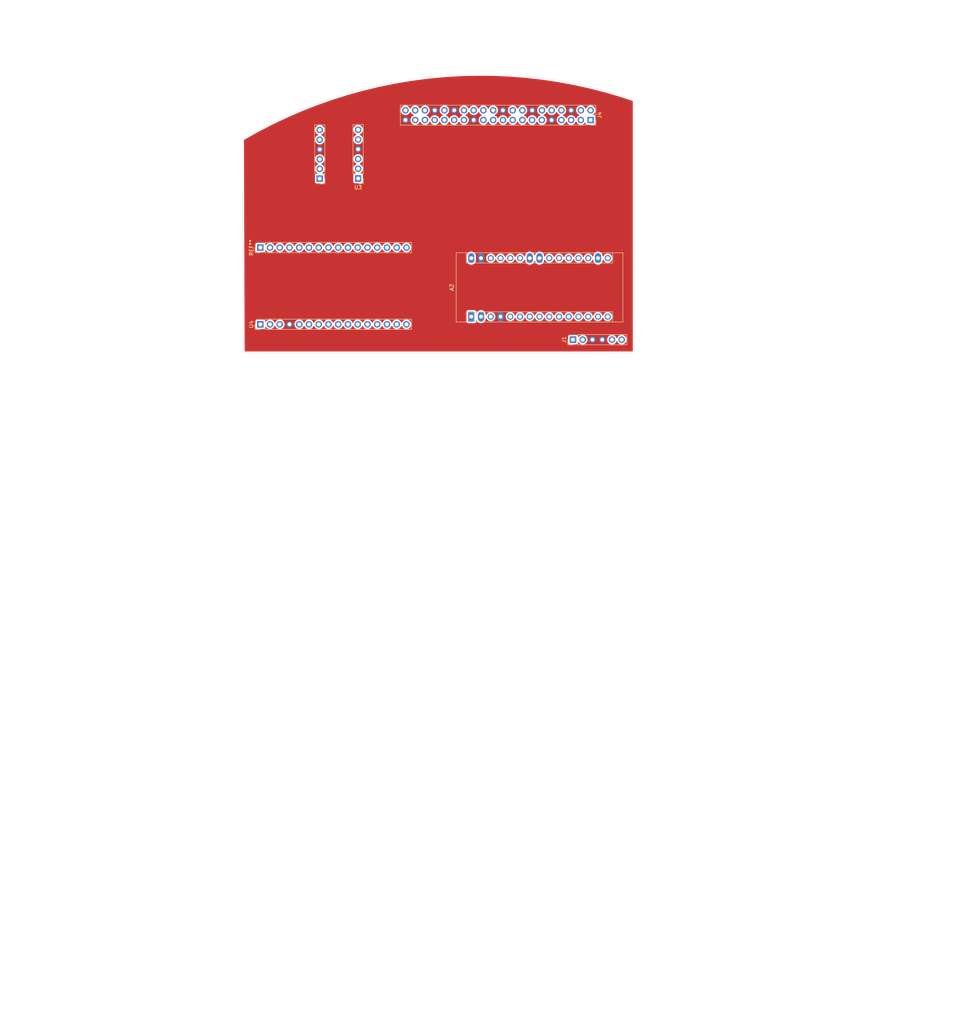
<source format=kicad_pcb>
(kicad_pcb (version 20171130) (host pcbnew "(5.1.10)-1")

  (general
    (thickness 1.6)
    (drawings 74)
    (tracks 0)
    (zones 0)
    (modules 5)
    (nets 91)
  )

  (page A4)
  (layers
    (0 F.Cu signal)
    (31 B.Cu signal)
    (32 B.Adhes user hide)
    (33 F.Adhes user hide)
    (34 B.Paste user hide)
    (35 F.Paste user hide)
    (36 B.SilkS user hide)
    (37 F.SilkS user)
    (38 B.Mask user hide)
    (39 F.Mask user hide)
    (40 Dwgs.User user)
    (41 Cmts.User user hide)
    (42 Eco1.User user hide)
    (43 Eco2.User user hide)
    (44 Edge.Cuts user)
    (45 Margin user hide)
    (46 B.CrtYd user hide)
    (47 F.CrtYd user hide)
    (48 B.Fab user hide)
    (49 F.Fab user hide)
  )

  (setup
    (last_trace_width 0.25)
    (user_trace_width 0.35)
    (user_trace_width 0.5)
    (user_trace_width 0.6)
    (user_trace_width 1)
    (user_trace_width 1.5)
    (user_trace_width 2)
    (trace_clearance 0.2)
    (zone_clearance 0.4)
    (zone_45_only no)
    (trace_min 0.2)
    (via_size 0.8)
    (via_drill 0.4)
    (via_min_size 0.4)
    (via_min_drill 0.3)
    (user_via 2.1 0.96)
    (user_via 3.1 3)
    (uvia_size 0.3)
    (uvia_drill 0.1)
    (uvias_allowed no)
    (uvia_min_size 0.2)
    (uvia_min_drill 0.1)
    (edge_width 0.05)
    (segment_width 0.2)
    (pcb_text_width 0.3)
    (pcb_text_size 1.5 1.5)
    (mod_edge_width 0.12)
    (mod_text_size 1 1)
    (mod_text_width 0.15)
    (pad_size 2.7 1.7)
    (pad_drill 1)
    (pad_to_mask_clearance 0)
    (aux_axis_origin 0 0)
    (visible_elements 7FFFFFFF)
    (pcbplotparams
      (layerselection 0x010fc_ffffffff)
      (usegerberextensions false)
      (usegerberattributes true)
      (usegerberadvancedattributes true)
      (creategerberjobfile true)
      (excludeedgelayer true)
      (linewidth 0.100000)
      (plotframeref false)
      (viasonmask false)
      (mode 1)
      (useauxorigin false)
      (hpglpennumber 1)
      (hpglpenspeed 20)
      (hpglpendiameter 15.000000)
      (psnegative false)
      (psa4output false)
      (plotreference true)
      (plotvalue true)
      (plotinvisibletext false)
      (padsonsilk false)
      (subtractmaskfromsilk false)
      (outputformat 1)
      (mirror false)
      (drillshape 0)
      (scaleselection 1)
      (outputdirectory "LMR-Gerbrer/"))
  )

  (net 0 "")
  (net 1 +5V)
  (net 2 GND)
  (net 3 "Net-(A2-Pad16)")
  (net 4 "Net-(A2-Pad15)")
  (net 5 "Net-(A2-Pad14)")
  (net 6 "Net-(A2-Pad13)")
  (net 7 "Net-(A2-Pad28)")
  (net 8 "Net-(A2-Pad12)")
  (net 9 "Net-(A2-Pad27)")
  (net 10 "Net-(A2-Pad11)")
  (net 11 "Net-(A2-Pad26)")
  (net 12 "Net-(A2-Pad10)")
  (net 13 "Net-(A2-Pad25)")
  (net 14 "Net-(A2-Pad9)")
  (net 15 SCL_IMU)
  (net 16 "Net-(A2-Pad8)")
  (net 17 SDA_IMU)
  (net 18 "Net-(A2-Pad7)")
  (net 19 "Net-(A2-Pad22)")
  (net 20 "Net-(A2-Pad6)")
  (net 21 "Net-(A2-Pad21)")
  (net 22 "Net-(A2-Pad5)")
  (net 23 "Net-(A2-Pad20)")
  (net 24 "Net-(A2-Pad19)")
  (net 25 "Net-(A2-Pad3)")
  (net 26 "Net-(A2-Pad18)")
  (net 27 +3.3VA)
  (net 28 "Net-(J4-Pad40)")
  (net 29 "Net-(J4-Pad38)")
  (net 30 "Net-(J4-Pad37)")
  (net 31 "Net-(J4-Pad36)")
  (net 32 "Net-(J4-Pad35)")
  (net 33 "Net-(J4-Pad33)")
  (net 34 "Net-(J4-Pad32)")
  (net 35 "Net-(J4-Pad31)")
  (net 36 "Net-(J4-Pad29)")
  (net 37 "Net-(J4-Pad28)")
  (net 38 "Net-(J4-Pad27)")
  (net 39 "Net-(J4-Pad26)")
  (net 40 "Net-(J4-Pad24)")
  (net 41 "Net-(J4-Pad23)")
  (net 42 "Net-(J4-Pad22)")
  (net 43 "Net-(J4-Pad21)")
  (net 44 "Net-(J4-Pad19)")
  (net 45 "Net-(J4-Pad18)")
  (net 46 +3V3)
  (net 47 "Net-(J4-Pad16)")
  (net 48 "Net-(J4-Pad15)")
  (net 49 "Net-(J4-Pad13)")
  (net 50 "Net-(J4-Pad12)")
  (net 51 "Net-(J4-Pad11)")
  (net 52 "Net-(J4-Pad7)")
  (net 53 "Net-(U4-Pad21)")
  (net 54 "Net-(U4-Pad22)")
  (net 55 "Net-(U4-Pad29)")
  (net 56 "Net-(U4-Pad28)")
  (net 57 "Net-(U4-Pad31)")
  (net 58 "Net-(U4-Pad23)")
  (net 59 "Net-(U4-Pad30)")
  (net 60 "Net-(U4-Pad24)")
  (net 61 "Net-(U4-Pad19)")
  (net 62 "Net-(U4-Pad32)")
  (net 63 "Net-(U4-Pad20)")
  (net 64 "Net-(U4-Pad26)")
  (net 65 "Net-(U4-Pad25)")
  (net 66 "Net-(U4-Pad27)")
  (net 67 "Net-(U4-Pad16)")
  (net 68 "Net-(U4-Pad15)")
  (net 69 "Net-(U4-Pad14)")
  (net 70 "Net-(U4-Pad13)")
  (net 71 "Net-(U4-Pad12)")
  (net 72 "Net-(U4-Pad11)")
  (net 73 "Net-(U4-Pad10)")
  (net 74 "Net-(U4-Pad9)")
  (net 75 "Net-(U4-Pad8)")
  (net 76 "Net-(U4-Pad7)")
  (net 77 "Net-(U4-Pad6)")
  (net 78 "Net-(U4-Pad5)")
  (net 79 "Net-(U4-Pad3)")
  (net 80 "Net-(U4-Pad1)")
  (net 81 "Net-(A2-Pad2)")
  (net 82 "Net-(A2-Pad1)")
  (net 83 SDA5V)
  (net 84 SCL5V)
  (net 85 RX3V3)
  (net 86 TX3V3)
  (net 87 SCL3V3)
  (net 88 SDA3V3)
  (net 89 RX5V)
  (net 90 TX5V)

  (net_class Default "This is the default net class."
    (clearance 0.2)
    (trace_width 0.25)
    (via_dia 0.8)
    (via_drill 0.4)
    (uvia_dia 0.3)
    (uvia_drill 0.1)
    (add_net +3.3VA)
    (add_net +3V3)
    (add_net +5V)
    (add_net GND)
    (add_net "Net-(A2-Pad1)")
    (add_net "Net-(A2-Pad10)")
    (add_net "Net-(A2-Pad11)")
    (add_net "Net-(A2-Pad12)")
    (add_net "Net-(A2-Pad13)")
    (add_net "Net-(A2-Pad14)")
    (add_net "Net-(A2-Pad15)")
    (add_net "Net-(A2-Pad16)")
    (add_net "Net-(A2-Pad18)")
    (add_net "Net-(A2-Pad19)")
    (add_net "Net-(A2-Pad2)")
    (add_net "Net-(A2-Pad20)")
    (add_net "Net-(A2-Pad21)")
    (add_net "Net-(A2-Pad22)")
    (add_net "Net-(A2-Pad25)")
    (add_net "Net-(A2-Pad26)")
    (add_net "Net-(A2-Pad27)")
    (add_net "Net-(A2-Pad28)")
    (add_net "Net-(A2-Pad3)")
    (add_net "Net-(A2-Pad5)")
    (add_net "Net-(A2-Pad6)")
    (add_net "Net-(A2-Pad7)")
    (add_net "Net-(A2-Pad8)")
    (add_net "Net-(A2-Pad9)")
    (add_net "Net-(J4-Pad11)")
    (add_net "Net-(J4-Pad12)")
    (add_net "Net-(J4-Pad13)")
    (add_net "Net-(J4-Pad15)")
    (add_net "Net-(J4-Pad16)")
    (add_net "Net-(J4-Pad18)")
    (add_net "Net-(J4-Pad19)")
    (add_net "Net-(J4-Pad21)")
    (add_net "Net-(J4-Pad22)")
    (add_net "Net-(J4-Pad23)")
    (add_net "Net-(J4-Pad24)")
    (add_net "Net-(J4-Pad26)")
    (add_net "Net-(J4-Pad27)")
    (add_net "Net-(J4-Pad28)")
    (add_net "Net-(J4-Pad29)")
    (add_net "Net-(J4-Pad31)")
    (add_net "Net-(J4-Pad32)")
    (add_net "Net-(J4-Pad33)")
    (add_net "Net-(J4-Pad35)")
    (add_net "Net-(J4-Pad36)")
    (add_net "Net-(J4-Pad37)")
    (add_net "Net-(J4-Pad38)")
    (add_net "Net-(J4-Pad40)")
    (add_net "Net-(J4-Pad7)")
    (add_net "Net-(U4-Pad1)")
    (add_net "Net-(U4-Pad10)")
    (add_net "Net-(U4-Pad11)")
    (add_net "Net-(U4-Pad12)")
    (add_net "Net-(U4-Pad13)")
    (add_net "Net-(U4-Pad14)")
    (add_net "Net-(U4-Pad15)")
    (add_net "Net-(U4-Pad16)")
    (add_net "Net-(U4-Pad19)")
    (add_net "Net-(U4-Pad20)")
    (add_net "Net-(U4-Pad21)")
    (add_net "Net-(U4-Pad22)")
    (add_net "Net-(U4-Pad23)")
    (add_net "Net-(U4-Pad24)")
    (add_net "Net-(U4-Pad25)")
    (add_net "Net-(U4-Pad26)")
    (add_net "Net-(U4-Pad27)")
    (add_net "Net-(U4-Pad28)")
    (add_net "Net-(U4-Pad29)")
    (add_net "Net-(U4-Pad3)")
    (add_net "Net-(U4-Pad30)")
    (add_net "Net-(U4-Pad31)")
    (add_net "Net-(U4-Pad32)")
    (add_net "Net-(U4-Pad5)")
    (add_net "Net-(U4-Pad6)")
    (add_net "Net-(U4-Pad7)")
    (add_net "Net-(U4-Pad8)")
    (add_net "Net-(U4-Pad9)")
    (add_net RX3V3)
    (add_net RX5V)
    (add_net SCL3V3)
    (add_net SCL5V)
    (add_net SCL_IMU)
    (add_net SDA3V3)
    (add_net SDA5V)
    (add_net SDA_IMU)
    (add_net TX3V3)
    (add_net TX5V)
  )

  (module mike_pcb_control:RasPi0,2,3-Header-upside_down (layer F.Cu) (tedit 61C0A754) (tstamp 61C10B12)
    (at 151 35.5 90)
    (descr "Through hole straight pin header, 2x20, 2.54mm pitch, double rows")
    (tags "Through hole pin header THT 2x20 2.54mm double row")
    (path /60EB7021)
    (fp_text reference J4 (at -0.005 26.43 270) (layer F.SilkS)
      (effects (font (size 1 1) (thickness 0.15)))
    )
    (fp_text value Raspberry_Pi_2_3 (at 0.675 -27.05 270) (layer F.Fab)
      (effects (font (size 1 1) (thickness 0.15)))
    )
    (fp_line (start 4.375 32.575) (end -27.325 32.5) (layer Dwgs.User) (width 0.12))
    (fp_line (start 4.375 0.075) (end 4.375 32.575) (layer Dwgs.User) (width 0.12))
    (fp_line (start -27.325 -32.5) (end -27.325 32.5) (layer Dwgs.User) (width 0.12))
    (fp_line (start 4.375 -32.5) (end -27.325 -32.5) (layer Dwgs.User) (width 0.12))
    (fp_line (start 4.375 0.075) (end 4.375 -32.5) (layer Dwgs.User) (width 0.12))
    (fp_line (start 3.075 25.9) (end -3.075 25.9) (layer F.CrtYd) (width 0.05))
    (fp_line (start 3.075 -25.95) (end 3.075 25.9) (layer F.CrtYd) (width 0.05))
    (fp_line (start -3.075 -25.95) (end 3.075 -25.95) (layer F.CrtYd) (width 0.05))
    (fp_line (start -3.075 25.9) (end -3.075 -25.95) (layer F.CrtYd) (width 0.05))
    (fp_line (start -2.605 25.43) (end -1.275 25.43) (layer F.SilkS) (width 0.12))
    (fp_line (start -2.605 24.1) (end -2.605 25.43) (layer F.SilkS) (width 0.12))
    (fp_line (start -0.005 25.43) (end 2.595 25.43) (layer F.SilkS) (width 0.12))
    (fp_line (start -0.005 22.83) (end -0.005 25.43) (layer F.SilkS) (width 0.12))
    (fp_line (start -2.605 22.83) (end -0.005 22.83) (layer F.SilkS) (width 0.12))
    (fp_line (start 2.595 25.43) (end 2.595 -25.49) (layer F.SilkS) (width 0.12))
    (fp_line (start -2.605 22.83) (end -2.605 -25.49) (layer F.SilkS) (width 0.12))
    (fp_line (start -2.605 -25.49) (end 2.595 -25.49) (layer F.SilkS) (width 0.12))
    (fp_line (start -2.545 24.1) (end -1.275 25.37) (layer F.Fab) (width 0.1))
    (fp_line (start -2.545 -25.43) (end -2.545 24.1) (layer F.Fab) (width 0.1))
    (fp_line (start 2.535 -25.43) (end -2.545 -25.43) (layer F.Fab) (width 0.1))
    (fp_line (start 2.535 25.37) (end 2.535 -25.43) (layer F.Fab) (width 0.1))
    (fp_line (start -1.275 25.37) (end 2.535 25.37) (layer F.Fab) (width 0.1))
    (fp_text user %R (at -0.005 -0.03 180) (layer F.Fab)
      (effects (font (size 1 1) (thickness 0.15)))
    )
    (pad 40 thru_hole oval (at 1.265 -24.16 270) (size 1.7 1.7) (drill 1) (layers *.Cu *.Mask)
      (net 28 "Net-(J4-Pad40)"))
    (pad 39 thru_hole oval (at -1.275 -24.16 270) (size 1.7 1.7) (drill 1) (layers *.Cu *.Mask)
      (net 2 GND))
    (pad 38 thru_hole oval (at 1.265 -21.62 270) (size 1.7 1.7) (drill 1) (layers *.Cu *.Mask)
      (net 29 "Net-(J4-Pad38)"))
    (pad 37 thru_hole oval (at -1.275 -21.62 270) (size 1.7 1.7) (drill 1) (layers *.Cu *.Mask)
      (net 30 "Net-(J4-Pad37)"))
    (pad 36 thru_hole oval (at 1.265 -19.08 270) (size 1.7 1.7) (drill 1) (layers *.Cu *.Mask)
      (net 31 "Net-(J4-Pad36)"))
    (pad 35 thru_hole oval (at -1.275 -19.08 270) (size 1.7 1.7) (drill 1) (layers *.Cu *.Mask)
      (net 32 "Net-(J4-Pad35)"))
    (pad 34 thru_hole oval (at 1.265 -16.54 270) (size 1.7 1.7) (drill 1) (layers *.Cu *.Mask)
      (net 2 GND))
    (pad 33 thru_hole oval (at -1.275 -16.54 270) (size 1.7 1.7) (drill 1) (layers *.Cu *.Mask)
      (net 33 "Net-(J4-Pad33)"))
    (pad 32 thru_hole oval (at 1.265 -14 270) (size 1.7 1.7) (drill 1) (layers *.Cu *.Mask)
      (net 34 "Net-(J4-Pad32)"))
    (pad 31 thru_hole oval (at -1.275 -14 270) (size 1.7 1.7) (drill 1) (layers *.Cu *.Mask)
      (net 35 "Net-(J4-Pad31)"))
    (pad 30 thru_hole oval (at 1.265 -11.46 270) (size 1.7 1.7) (drill 1) (layers *.Cu *.Mask)
      (net 2 GND))
    (pad 29 thru_hole oval (at -1.275 -11.46 270) (size 1.7 1.7) (drill 1) (layers *.Cu *.Mask)
      (net 36 "Net-(J4-Pad29)"))
    (pad 28 thru_hole oval (at 1.265 -8.92 270) (size 1.7 1.7) (drill 1) (layers *.Cu *.Mask)
      (net 37 "Net-(J4-Pad28)"))
    (pad 27 thru_hole oval (at -1.275 -8.92 270) (size 1.7 1.7) (drill 1) (layers *.Cu *.Mask)
      (net 38 "Net-(J4-Pad27)"))
    (pad 26 thru_hole oval (at 1.265 -6.38 270) (size 1.7 1.7) (drill 1) (layers *.Cu *.Mask)
      (net 39 "Net-(J4-Pad26)"))
    (pad 25 thru_hole oval (at -1.275 -6.38 270) (size 1.7 1.7) (drill 1) (layers *.Cu *.Mask)
      (net 2 GND))
    (pad 24 thru_hole oval (at 1.265 -3.84 270) (size 1.7 1.7) (drill 1) (layers *.Cu *.Mask)
      (net 40 "Net-(J4-Pad24)"))
    (pad 23 thru_hole oval (at -1.275 -3.84 270) (size 1.7 1.7) (drill 1) (layers *.Cu *.Mask)
      (net 41 "Net-(J4-Pad23)"))
    (pad 22 thru_hole oval (at 1.265 -1.3 270) (size 1.7 1.7) (drill 1) (layers *.Cu *.Mask)
      (net 42 "Net-(J4-Pad22)"))
    (pad 21 thru_hole oval (at -1.275 -1.3 270) (size 1.7 1.7) (drill 1) (layers *.Cu *.Mask)
      (net 43 "Net-(J4-Pad21)"))
    (pad 20 thru_hole oval (at 1.265 1.24 270) (size 1.7 1.7) (drill 1) (layers *.Cu *.Mask)
      (net 2 GND))
    (pad 19 thru_hole oval (at -1.275 1.24 270) (size 1.7 1.7) (drill 1) (layers *.Cu *.Mask)
      (net 44 "Net-(J4-Pad19)"))
    (pad 18 thru_hole oval (at 1.265 3.78 270) (size 1.7 1.7) (drill 1) (layers *.Cu *.Mask)
      (net 45 "Net-(J4-Pad18)"))
    (pad 17 thru_hole oval (at -1.275 3.78 270) (size 1.7 1.7) (drill 1) (layers *.Cu *.Mask)
      (net 46 +3V3))
    (pad 16 thru_hole oval (at 1.265 6.32 270) (size 1.7 1.7) (drill 1) (layers *.Cu *.Mask)
      (net 47 "Net-(J4-Pad16)"))
    (pad 15 thru_hole oval (at -1.275 6.32 270) (size 1.7 1.7) (drill 1) (layers *.Cu *.Mask)
      (net 48 "Net-(J4-Pad15)"))
    (pad 14 thru_hole oval (at 1.265 8.86 270) (size 1.7 1.7) (drill 1) (layers *.Cu *.Mask)
      (net 2 GND))
    (pad 13 thru_hole oval (at -1.275 8.86 270) (size 1.7 1.7) (drill 1) (layers *.Cu *.Mask)
      (net 49 "Net-(J4-Pad13)"))
    (pad 12 thru_hole oval (at 1.265 11.4 270) (size 1.7 1.7) (drill 1) (layers *.Cu *.Mask)
      (net 50 "Net-(J4-Pad12)"))
    (pad 11 thru_hole oval (at -1.275 11.4 270) (size 1.7 1.7) (drill 1) (layers *.Cu *.Mask)
      (net 51 "Net-(J4-Pad11)"))
    (pad 10 thru_hole oval (at 1.265 13.94 270) (size 1.7 1.7) (drill 1) (layers *.Cu *.Mask)
      (net 85 RX3V3))
    (pad 9 thru_hole oval (at -1.275 13.94 270) (size 1.7 1.7) (drill 1) (layers *.Cu *.Mask)
      (net 2 GND))
    (pad 8 thru_hole oval (at 1.265 16.48 270) (size 1.7 1.7) (drill 1) (layers *.Cu *.Mask)
      (net 86 TX3V3))
    (pad 7 thru_hole oval (at -1.275 16.48 270) (size 1.7 1.7) (drill 1) (layers *.Cu *.Mask)
      (net 52 "Net-(J4-Pad7)"))
    (pad 6 thru_hole oval (at 1.265 19.02 270) (size 1.7 1.7) (drill 1) (layers *.Cu *.Mask)
      (net 2 GND))
    (pad 5 thru_hole oval (at -1.275 19.02 270) (size 1.7 1.7) (drill 1) (layers *.Cu *.Mask)
      (net 87 SCL3V3))
    (pad 4 thru_hole oval (at 1.265 21.56 270) (size 1.7 1.7) (drill 1) (layers *.Cu *.Mask)
      (net 1 +5V))
    (pad 3 thru_hole oval (at -1.275 21.56 270) (size 1.7 1.7) (drill 1) (layers *.Cu *.Mask)
      (net 88 SDA3V3))
    (pad 2 thru_hole oval (at 1.265 24.1 270) (size 1.7 1.7) (drill 1) (layers *.Cu *.Mask)
      (net 1 +5V))
    (pad 1 thru_hole rect (at -1.275 24.1 270) (size 1.7 1.7) (drill 1) (layers *.Cu *.Mask)
      (net 46 +3V3))
    (model ${KISYS3DMOD}/Connector_PinHeader_2.54mm.3dshapes/PinHeader_2x20_P2.54mm_Vertical.wrl
      (at (xyz 0 0 0))
      (scale (xyz 1 1 1))
      (rotate (xyz 0 0 0))
    )
  )

  (module mike_pcb_control:Adafruit_Feather_Pinout (layer F.Cu) (tedit 60EAF4F6) (tstamp 60F4AA08)
    (at 89 90 90)
    (descr "Through hole straight pin header, 1x16, 2.54mm pitch, single row")
    (tags "Through hole pin header THT 1x16 2.54mm single row")
    (path /60EDAB3E)
    (fp_text reference U4 (at 0 -2.33 90) (layer F.SilkS)
      (effects (font (size 1 1) (thickness 0.15)))
    )
    (fp_text value Adafruit_Feather_Pinout (at 9.975 41.5 90) (layer F.Fab)
      (effects (font (size 1 1) (thickness 0.15)))
    )
    (fp_line (start 21.8 39.9) (end 21.8 -1.8) (layer F.CrtYd) (width 0.05))
    (fp_line (start 19.365 -1.27) (end 21.27 -1.27) (layer F.Fab) (width 0.1))
    (fp_line (start 21.27 39.37) (end 18.73 39.37) (layer F.Fab) (width 0.1))
    (fp_line (start 21.27 -1.27) (end 21.27 39.37) (layer F.Fab) (width 0.1))
    (fp_line (start 18.67 39.43) (end 21.33 39.43) (layer F.SilkS) (width 0.12))
    (fp_line (start 21.8 -1.8) (end 18.2 -1.8) (layer F.CrtYd) (width 0.05))
    (fp_line (start 18.73 39.37) (end 18.73 -0.635) (layer F.Fab) (width 0.1))
    (fp_line (start 18.67 1.27) (end 18.67 39.43) (layer F.SilkS) (width 0.12))
    (fp_line (start 18.67 1.27) (end 21.33 1.27) (layer F.SilkS) (width 0.12))
    (fp_line (start 18.73 -0.635) (end 19.365 -1.27) (layer F.Fab) (width 0.1))
    (fp_line (start 21.33 1.27) (end 21.33 39.43) (layer F.SilkS) (width 0.12))
    (fp_line (start 18.67 -1.33) (end 20 -1.33) (layer F.SilkS) (width 0.12))
    (fp_line (start 18.67 0) (end 18.67 -1.33) (layer F.SilkS) (width 0.12))
    (fp_line (start 18.2 -1.8) (end 18.2 39.9) (layer F.CrtYd) (width 0.05))
    (fp_line (start 18.2 39.9) (end 21.8 39.9) (layer F.CrtYd) (width 0.05))
    (fp_line (start -0.635 -1.27) (end 1.27 -1.27) (layer F.Fab) (width 0.1))
    (fp_line (start 1.27 -1.27) (end 1.27 39.37) (layer F.Fab) (width 0.1))
    (fp_line (start 1.27 39.37) (end -1.27 39.37) (layer F.Fab) (width 0.1))
    (fp_line (start -1.27 39.37) (end -1.27 -0.635) (layer F.Fab) (width 0.1))
    (fp_line (start -1.27 -0.635) (end -0.635 -1.27) (layer F.Fab) (width 0.1))
    (fp_line (start -1.33 39.43) (end 1.33 39.43) (layer F.SilkS) (width 0.12))
    (fp_line (start -1.33 1.27) (end -1.33 39.43) (layer F.SilkS) (width 0.12))
    (fp_line (start 1.33 1.27) (end 1.33 39.43) (layer F.SilkS) (width 0.12))
    (fp_line (start -1.33 1.27) (end 1.33 1.27) (layer F.SilkS) (width 0.12))
    (fp_line (start -1.33 0) (end -1.33 -1.33) (layer F.SilkS) (width 0.12))
    (fp_line (start -1.33 -1.33) (end 0 -1.33) (layer F.SilkS) (width 0.12))
    (fp_line (start -1.8 -1.8) (end -1.8 39.9) (layer F.CrtYd) (width 0.05))
    (fp_line (start -1.8 39.9) (end 1.8 39.9) (layer F.CrtYd) (width 0.05))
    (fp_line (start 1.8 39.9) (end 1.8 -1.8) (layer F.CrtYd) (width 0.05))
    (fp_line (start 1.8 -1.8) (end -1.8 -1.8) (layer F.CrtYd) (width 0.05))
    (fp_text user REF** (at 20 -2.33 90) (layer F.SilkS)
      (effects (font (size 1 1) (thickness 0.15)))
    )
    (fp_text user %R (at 16.4 18.95) (layer F.Fab)
      (effects (font (size 1 1) (thickness 0.15)))
    )
    (fp_text user %R (at 0 19.05) (layer F.Fab)
      (effects (font (size 1 1) (thickness 0.15)))
    )
    (pad 21 thru_hole oval (at 20 27.94 90) (size 1.7 1.7) (drill 1) (layers *.Cu *.Mask)
      (net 53 "Net-(U4-Pad21)"))
    (pad 22 thru_hole oval (at 20 25.4 90) (size 1.7 1.7) (drill 1) (layers *.Cu *.Mask)
      (net 54 "Net-(U4-Pad22)"))
    (pad 29 thru_hole oval (at 20 7.62 90) (size 1.7 1.7) (drill 1) (layers *.Cu *.Mask)
      (net 55 "Net-(U4-Pad29)"))
    (pad 28 thru_hole oval (at 20 10.16 90) (size 1.7 1.7) (drill 1) (layers *.Cu *.Mask)
      (net 56 "Net-(U4-Pad28)"))
    (pad 31 thru_hole oval (at 20 2.54 90) (size 1.7 1.7) (drill 1) (layers *.Cu *.Mask)
      (net 57 "Net-(U4-Pad31)"))
    (pad 23 thru_hole oval (at 20 22.86 90) (size 1.7 1.7) (drill 1) (layers *.Cu *.Mask)
      (net 58 "Net-(U4-Pad23)"))
    (pad 30 thru_hole oval (at 20 5.08 90) (size 1.7 1.7) (drill 1) (layers *.Cu *.Mask)
      (net 59 "Net-(U4-Pad30)"))
    (pad 24 thru_hole oval (at 20 20.32 90) (size 1.7 1.7) (drill 1) (layers *.Cu *.Mask)
      (net 60 "Net-(U4-Pad24)"))
    (pad 19 thru_hole oval (at 20 33.02 90) (size 1.7 1.7) (drill 1) (layers *.Cu *.Mask)
      (net 61 "Net-(U4-Pad19)"))
    (pad 32 thru_hole rect (at 20 0 90) (size 1.7 1.7) (drill 1) (layers *.Cu *.Mask)
      (net 62 "Net-(U4-Pad32)"))
    (pad 20 thru_hole oval (at 20 30.48 90) (size 1.7 1.7) (drill 1) (layers *.Cu *.Mask)
      (net 63 "Net-(U4-Pad20)"))
    (pad 26 thru_hole oval (at 20 15.24 90) (size 1.7 1.7) (drill 1) (layers *.Cu *.Mask)
      (net 64 "Net-(U4-Pad26)"))
    (pad 17 thru_hole oval (at 20 38.1 90) (size 1.7 1.7) (drill 1) (layers *.Cu *.Mask)
      (net 17 SDA_IMU))
    (pad 25 thru_hole oval (at 20 17.78 90) (size 1.7 1.7) (drill 1) (layers *.Cu *.Mask)
      (net 65 "Net-(U4-Pad25)"))
    (pad 27 thru_hole oval (at 20 12.7 90) (size 1.7 1.7) (drill 1) (layers *.Cu *.Mask)
      (net 66 "Net-(U4-Pad27)"))
    (pad 18 thru_hole oval (at 20 35.56 90) (size 1.7 1.7) (drill 1) (layers *.Cu *.Mask)
      (net 15 SCL_IMU))
    (pad 16 thru_hole oval (at 0 38.1 90) (size 1.7 1.7) (drill 1) (layers *.Cu *.Mask)
      (net 67 "Net-(U4-Pad16)"))
    (pad 15 thru_hole oval (at 0 35.56 90) (size 1.7 1.7) (drill 1) (layers *.Cu *.Mask)
      (net 68 "Net-(U4-Pad15)"))
    (pad 14 thru_hole oval (at 0 33.02 90) (size 1.7 1.7) (drill 1) (layers *.Cu *.Mask)
      (net 69 "Net-(U4-Pad14)"))
    (pad 13 thru_hole oval (at 0 30.48 90) (size 1.7 1.7) (drill 1) (layers *.Cu *.Mask)
      (net 70 "Net-(U4-Pad13)"))
    (pad 12 thru_hole oval (at 0 27.94 90) (size 1.7 1.7) (drill 1) (layers *.Cu *.Mask)
      (net 71 "Net-(U4-Pad12)"))
    (pad 11 thru_hole oval (at 0 25.4 90) (size 1.7 1.7) (drill 1) (layers *.Cu *.Mask)
      (net 72 "Net-(U4-Pad11)"))
    (pad 10 thru_hole oval (at 0 22.86 90) (size 1.7 1.7) (drill 1) (layers *.Cu *.Mask)
      (net 73 "Net-(U4-Pad10)"))
    (pad 9 thru_hole oval (at 0 20.32 90) (size 1.7 1.7) (drill 1) (layers *.Cu *.Mask)
      (net 74 "Net-(U4-Pad9)"))
    (pad 8 thru_hole oval (at 0 17.78 90) (size 1.7 1.7) (drill 1) (layers *.Cu *.Mask)
      (net 75 "Net-(U4-Pad8)"))
    (pad 7 thru_hole oval (at 0 15.24 90) (size 1.7 1.7) (drill 1) (layers *.Cu *.Mask)
      (net 76 "Net-(U4-Pad7)"))
    (pad 6 thru_hole oval (at 0 12.7 90) (size 1.7 1.7) (drill 1) (layers *.Cu *.Mask)
      (net 77 "Net-(U4-Pad6)"))
    (pad 5 thru_hole oval (at 0 10.16 90) (size 1.7 1.7) (drill 1) (layers *.Cu *.Mask)
      (net 78 "Net-(U4-Pad5)"))
    (pad 4 thru_hole oval (at 0 7.62 90) (size 1.7 1.7) (drill 1) (layers *.Cu *.Mask)
      (net 2 GND))
    (pad 3 thru_hole oval (at 0 5.08 90) (size 1.7 1.7) (drill 1) (layers *.Cu *.Mask)
      (net 79 "Net-(U4-Pad3)"))
    (pad 2 thru_hole oval (at 0 2.54 90) (size 1.7 1.7) (drill 1) (layers *.Cu *.Mask)
      (net 27 +3.3VA))
    (pad 1 thru_hole rect (at 0 0 90) (size 1.7 1.7) (drill 1) (layers *.Cu *.Mask)
      (net 80 "Net-(U4-Pad1)"))
    (model ${KISYS3DMOD}/Connector_PinHeader_2.54mm.3dshapes/PinHeader_1x16_P2.54mm_Vertical.wrl
      (at (xyz 0 0 0))
      (scale (xyz 1 1 1))
      (rotate (xyz 0 0 0))
    )
  )

  (module mike_pcb_control:LLC-4channel (layer F.Cu) (tedit 60EAED4B) (tstamp 60F4A9C3)
    (at 114.5 52 180)
    (descr "Through hole straight pin header, 1x06, 2.54mm pitch, single row")
    (tags "Through hole pin header THT 1x06 2.54mm single row")
    (path /60EC984B)
    (fp_text reference U3 (at 0 -2.33) (layer F.SilkS)
      (effects (font (size 1 1) (thickness 0.15)))
    )
    (fp_text value LLC-4channel (at 4.875 16.425) (layer F.Fab)
      (effects (font (size 1 1) (thickness 0.15)))
    )
    (fp_line (start 8.67 1.22) (end 8.67 13.98) (layer F.SilkS) (width 0.12))
    (fp_line (start 11.27 13.92) (end 8.73 13.92) (layer F.Fab) (width 0.1))
    (fp_line (start 11.8 14.45) (end 11.8 -1.85) (layer F.CrtYd) (width 0.05))
    (fp_line (start 8.73 -0.685) (end 9.365 -1.32) (layer F.Fab) (width 0.1))
    (fp_line (start 11.8 -1.85) (end 8.2 -1.85) (layer F.CrtYd) (width 0.05))
    (fp_line (start 8.67 -0.05) (end 8.67 -1.38) (layer F.SilkS) (width 0.12))
    (fp_line (start 9.365 -1.32) (end 11.27 -1.32) (layer F.Fab) (width 0.1))
    (fp_line (start 8.67 13.98) (end 11.33 13.98) (layer F.SilkS) (width 0.12))
    (fp_line (start 8.67 1.22) (end 11.33 1.22) (layer F.SilkS) (width 0.12))
    (fp_line (start 8.73 13.92) (end 8.73 -0.685) (layer F.Fab) (width 0.1))
    (fp_line (start 11.27 -1.32) (end 11.27 13.92) (layer F.Fab) (width 0.1))
    (fp_line (start 8.2 -1.85) (end 8.2 14.45) (layer F.CrtYd) (width 0.05))
    (fp_line (start 8.67 -1.38) (end 10 -1.38) (layer F.SilkS) (width 0.12))
    (fp_line (start 11.33 1.22) (end 11.33 13.98) (layer F.SilkS) (width 0.12))
    (fp_line (start 8.2 14.45) (end 11.8 14.45) (layer F.CrtYd) (width 0.05))
    (fp_line (start -0.635 -1.27) (end 1.27 -1.27) (layer F.Fab) (width 0.1))
    (fp_line (start 1.27 -1.27) (end 1.27 13.97) (layer F.Fab) (width 0.1))
    (fp_line (start 1.27 13.97) (end -1.27 13.97) (layer F.Fab) (width 0.1))
    (fp_line (start -1.27 13.97) (end -1.27 -0.635) (layer F.Fab) (width 0.1))
    (fp_line (start -1.27 -0.635) (end -0.635 -1.27) (layer F.Fab) (width 0.1))
    (fp_line (start -1.33 14.03) (end 1.33 14.03) (layer F.SilkS) (width 0.12))
    (fp_line (start -1.33 1.27) (end -1.33 14.03) (layer F.SilkS) (width 0.12))
    (fp_line (start 1.33 1.27) (end 1.33 14.03) (layer F.SilkS) (width 0.12))
    (fp_line (start -1.33 1.27) (end 1.33 1.27) (layer F.SilkS) (width 0.12))
    (fp_line (start -1.33 0) (end -1.33 -1.33) (layer F.SilkS) (width 0.12))
    (fp_line (start -1.33 -1.33) (end 0 -1.33) (layer F.SilkS) (width 0.12))
    (fp_line (start -1.8 -1.8) (end -1.8 14.5) (layer F.CrtYd) (width 0.05))
    (fp_line (start -1.8 14.5) (end 1.8 14.5) (layer F.CrtYd) (width 0.05))
    (fp_line (start 1.8 14.5) (end 1.8 -1.8) (layer F.CrtYd) (width 0.05))
    (fp_line (start 1.8 -1.8) (end -1.8 -1.8) (layer F.CrtYd) (width 0.05))
    (fp_text user %R (at -2.65 6.6 90) (layer F.Fab)
      (effects (font (size 1 1) (thickness 0.15)))
    )
    (pad 8 thru_hole oval (at 10 10.11 180) (size 1.7 1.7) (drill 1) (layers *.Cu *.Mask)
      (net 89 RX5V))
    (pad 7 thru_hole oval (at 10 12.65 180) (size 1.7 1.7) (drill 1) (layers *.Cu *.Mask)
      (net 90 TX5V))
    (pad 10 thru_hole oval (at 10 5.03 180) (size 1.7 1.7) (drill 1) (layers *.Cu *.Mask)
      (net 1 +5V))
    (pad 11 thru_hole oval (at 10 2.49 180) (size 1.7 1.7) (drill 1) (layers *.Cu *.Mask)
      (net 84 SCL5V))
    (pad 9 thru_hole oval (at 10 7.57 180) (size 1.7 1.7) (drill 1) (layers *.Cu *.Mask)
      (net 2 GND))
    (pad 12 thru_hole rect (at 10 -0.05 180) (size 1.7 1.7) (drill 1) (layers *.Cu *.Mask)
      (net 83 SDA5V))
    (pad 6 thru_hole oval (at 0 12.7 180) (size 1.7 1.7) (drill 1) (layers *.Cu *.Mask)
      (net 85 RX3V3))
    (pad 5 thru_hole oval (at 0 10.16 180) (size 1.7 1.7) (drill 1) (layers *.Cu *.Mask)
      (net 86 TX3V3))
    (pad 4 thru_hole oval (at 0 7.62 180) (size 1.7 1.7) (drill 1) (layers *.Cu *.Mask)
      (net 2 GND))
    (pad 3 thru_hole oval (at 0 5.08 180) (size 1.7 1.7) (drill 1) (layers *.Cu *.Mask)
      (net 46 +3V3))
    (pad 2 thru_hole oval (at 0 2.54 180) (size 1.7 1.7) (drill 1) (layers *.Cu *.Mask)
      (net 88 SDA3V3))
    (pad 1 thru_hole rect (at 0 0 180) (size 1.7 1.7) (drill 1) (layers *.Cu *.Mask)
      (net 87 SCL3V3))
    (model ${KISYS3DMOD}/Connector_PinHeader_2.54mm.3dshapes/PinHeader_1x06_P2.54mm_Vertical.wrl
      (at (xyz 0 0 0))
      (scale (xyz 1 1 1))
      (rotate (xyz 0 0 0))
    )
  )

  (module Connector_PinHeader_2.54mm:PinHeader_1x06_P2.54mm_Vertical (layer F.Cu) (tedit 59FED5CC) (tstamp 61C0FC42)
    (at 170.5 94 90)
    (descr "Through hole straight pin header, 1x06, 2.54mm pitch, single row")
    (tags "Through hole pin header THT 1x06 2.54mm single row")
    (path /61C0C03A)
    (fp_text reference J1 (at 0 -2.33 90) (layer F.SilkS)
      (effects (font (size 1 1) (thickness 0.15)))
    )
    (fp_text value Conn_01x06_Male (at 0 15.03 90) (layer F.Fab)
      (effects (font (size 1 1) (thickness 0.15)))
    )
    (fp_line (start 1.8 -1.8) (end -1.8 -1.8) (layer F.CrtYd) (width 0.05))
    (fp_line (start 1.8 14.5) (end 1.8 -1.8) (layer F.CrtYd) (width 0.05))
    (fp_line (start -1.8 14.5) (end 1.8 14.5) (layer F.CrtYd) (width 0.05))
    (fp_line (start -1.8 -1.8) (end -1.8 14.5) (layer F.CrtYd) (width 0.05))
    (fp_line (start -1.33 -1.33) (end 0 -1.33) (layer F.SilkS) (width 0.12))
    (fp_line (start -1.33 0) (end -1.33 -1.33) (layer F.SilkS) (width 0.12))
    (fp_line (start -1.33 1.27) (end 1.33 1.27) (layer F.SilkS) (width 0.12))
    (fp_line (start 1.33 1.27) (end 1.33 14.03) (layer F.SilkS) (width 0.12))
    (fp_line (start -1.33 1.27) (end -1.33 14.03) (layer F.SilkS) (width 0.12))
    (fp_line (start -1.33 14.03) (end 1.33 14.03) (layer F.SilkS) (width 0.12))
    (fp_line (start -1.27 -0.635) (end -0.635 -1.27) (layer F.Fab) (width 0.1))
    (fp_line (start -1.27 13.97) (end -1.27 -0.635) (layer F.Fab) (width 0.1))
    (fp_line (start 1.27 13.97) (end -1.27 13.97) (layer F.Fab) (width 0.1))
    (fp_line (start 1.27 -1.27) (end 1.27 13.97) (layer F.Fab) (width 0.1))
    (fp_line (start -0.635 -1.27) (end 1.27 -1.27) (layer F.Fab) (width 0.1))
    (fp_text user %R (at 0 6.35) (layer F.Fab)
      (effects (font (size 1 1) (thickness 0.15)))
    )
    (pad 6 thru_hole oval (at 0 12.7 90) (size 1.7 1.7) (drill 1) (layers *.Cu *.Mask)
      (net 1 +5V))
    (pad 5 thru_hole oval (at 0 10.16 90) (size 1.7 1.7) (drill 1) (layers *.Cu *.Mask)
      (net 1 +5V))
    (pad 4 thru_hole oval (at 0 7.62 90) (size 1.7 1.7) (drill 1) (layers *.Cu *.Mask)
      (net 2 GND))
    (pad 3 thru_hole oval (at 0 5.08 90) (size 1.7 1.7) (drill 1) (layers *.Cu *.Mask)
      (net 2 GND))
    (pad 2 thru_hole oval (at 0 2.54 90) (size 1.7 1.7) (drill 1) (layers *.Cu *.Mask)
      (net 83 SDA5V))
    (pad 1 thru_hole rect (at 0 0 90) (size 1.7 1.7) (drill 1) (layers *.Cu *.Mask)
      (net 84 SCL5V))
    (model ${KISYS3DMOD}/Connector_PinHeader_2.54mm.3dshapes/PinHeader_1x06_P2.54mm_Vertical.wrl
      (at (xyz 0 0 0))
      (scale (xyz 1 1 1))
      (rotate (xyz 0 0 0))
    )
  )

  (module Module:Arduino_Nano (layer F.Cu) (tedit 612A62F7) (tstamp 60F4A89C)
    (at 144 88 90)
    (descr "Arduino Nano, http://www.mouser.com/pdfdocs/Gravitech_Arduino_Nano3_0.pdf")
    (tags "Arduino Nano")
    (path /60EADBCC)
    (fp_text reference A2 (at 7.62 -5.08 90) (layer F.SilkS)
      (effects (font (size 1 1) (thickness 0.15)))
    )
    (fp_text value Arduino_Nano_v3.x (at 8.89 19.05) (layer F.Fab)
      (effects (font (size 1 1) (thickness 0.15)))
    )
    (fp_line (start 16.75 42.16) (end -1.53 42.16) (layer F.CrtYd) (width 0.05))
    (fp_line (start 16.75 42.16) (end 16.75 -4.06) (layer F.CrtYd) (width 0.05))
    (fp_line (start -1.53 -4.06) (end -1.53 42.16) (layer F.CrtYd) (width 0.05))
    (fp_line (start -1.53 -4.06) (end 16.75 -4.06) (layer F.CrtYd) (width 0.05))
    (fp_line (start 16.51 -3.81) (end 16.51 39.37) (layer F.Fab) (width 0.1))
    (fp_line (start 0 -3.81) (end 16.51 -3.81) (layer F.Fab) (width 0.1))
    (fp_line (start -1.27 -2.54) (end 0 -3.81) (layer F.Fab) (width 0.1))
    (fp_line (start -1.27 39.37) (end -1.27 -2.54) (layer F.Fab) (width 0.1))
    (fp_line (start 16.51 39.37) (end -1.27 39.37) (layer F.Fab) (width 0.1))
    (fp_line (start 16.64 -3.94) (end -1.4 -3.94) (layer F.SilkS) (width 0.12))
    (fp_line (start 16.64 39.5) (end 16.64 -3.94) (layer F.SilkS) (width 0.12))
    (fp_line (start -1.4 39.5) (end 16.64 39.5) (layer F.SilkS) (width 0.12))
    (fp_line (start 3.81 41.91) (end 3.81 31.75) (layer F.Fab) (width 0.1))
    (fp_line (start 11.43 41.91) (end 3.81 41.91) (layer F.Fab) (width 0.1))
    (fp_line (start 11.43 31.75) (end 11.43 41.91) (layer F.Fab) (width 0.1))
    (fp_line (start 3.81 31.75) (end 11.43 31.75) (layer F.Fab) (width 0.1))
    (fp_line (start 1.27 36.83) (end -1.4 36.83) (layer F.SilkS) (width 0.12))
    (fp_line (start 1.27 1.27) (end 1.27 36.83) (layer F.SilkS) (width 0.12))
    (fp_line (start 1.27 1.27) (end -1.4 1.27) (layer F.SilkS) (width 0.12))
    (fp_line (start 13.97 36.83) (end 16.64 36.83) (layer F.SilkS) (width 0.12))
    (fp_line (start 13.97 -1.27) (end 13.97 36.83) (layer F.SilkS) (width 0.12))
    (fp_line (start 13.97 -1.27) (end 16.64 -1.27) (layer F.SilkS) (width 0.12))
    (fp_line (start -1.4 -3.94) (end -1.4 -1.27) (layer F.SilkS) (width 0.12))
    (fp_line (start -1.4 1.27) (end -1.4 39.5) (layer F.SilkS) (width 0.12))
    (fp_line (start 1.27 -1.27) (end -1.4 -1.27) (layer F.SilkS) (width 0.12))
    (fp_line (start 1.27 1.27) (end 1.27 -1.27) (layer F.SilkS) (width 0.12))
    (fp_text user %R (at 6.35 19.05) (layer F.Fab)
      (effects (font (size 1 1) (thickness 0.15)))
    )
    (pad 16 thru_hole oval (at 15.24 35.56 90) (size 1.6 1.6) (drill 1) (layers *.Cu *.Mask)
      (net 3 "Net-(A2-Pad16)"))
    (pad 15 thru_hole oval (at 0 35.56 90) (size 1.6 1.6) (drill 1) (layers *.Cu *.Mask)
      (net 4 "Net-(A2-Pad15)"))
    (pad 30 thru_hole oval (at 15.24 0 90) (size 2.6 1.6) (drill 1) (layers *.Cu *.Mask)
      (net 1 +5V))
    (pad 14 thru_hole oval (at 0 33.02 90) (size 1.6 1.6) (drill 1) (layers *.Cu *.Mask)
      (net 5 "Net-(A2-Pad14)"))
    (pad 29 thru_hole oval (at 15.24 2.54 90) (size 2.6 1.6) (drill 1) (layers *.Cu *.Mask)
      (net 2 GND))
    (pad 13 thru_hole oval (at 0 30.48 90) (size 1.6 1.6) (drill 1) (layers *.Cu *.Mask)
      (net 6 "Net-(A2-Pad13)"))
    (pad 28 thru_hole oval (at 15.24 5.08 90) (size 1.6 1.6) (drill 1) (layers *.Cu *.Mask)
      (net 7 "Net-(A2-Pad28)"))
    (pad 12 thru_hole oval (at 0 27.94 90) (size 1.6 1.6) (drill 1) (layers *.Cu *.Mask)
      (net 8 "Net-(A2-Pad12)"))
    (pad 27 thru_hole oval (at 15.24 7.62 90) (size 1.6 1.6) (drill 1) (layers *.Cu *.Mask)
      (net 9 "Net-(A2-Pad27)"))
    (pad 11 thru_hole oval (at 0 25.4 90) (size 1.6 1.6) (drill 1) (layers *.Cu *.Mask)
      (net 10 "Net-(A2-Pad11)"))
    (pad 26 thru_hole oval (at 15.24 10.16 90) (size 1.6 1.6) (drill 1) (layers *.Cu *.Mask)
      (net 11 "Net-(A2-Pad26)"))
    (pad 10 thru_hole oval (at 0 22.86 90) (size 1.6 1.6) (drill 1) (layers *.Cu *.Mask)
      (net 12 "Net-(A2-Pad10)"))
    (pad 25 thru_hole oval (at 15.24 12.7 90) (size 1.6 1.6) (drill 1) (layers *.Cu *.Mask)
      (net 13 "Net-(A2-Pad25)"))
    (pad 9 thru_hole oval (at 0 20.32 90) (size 1.6 1.6) (drill 1) (layers *.Cu *.Mask)
      (net 14 "Net-(A2-Pad9)"))
    (pad 24 thru_hole oval (at 15.24 15.24 90) (size 2.6 1.6) (drill 1) (layers *.Cu *.Mask)
      (net 15 SCL_IMU))
    (pad 8 thru_hole oval (at 0 17.78 90) (size 1.6 1.6) (drill 1) (layers *.Cu *.Mask)
      (net 16 "Net-(A2-Pad8)"))
    (pad 23 thru_hole oval (at 15.24 17.78 90) (size 2.6 1.6) (drill 1) (layers *.Cu *.Mask)
      (net 17 SDA_IMU))
    (pad 7 thru_hole oval (at 0 15.24 90) (size 1.6 1.6) (drill 1) (layers *.Cu *.Mask)
      (net 18 "Net-(A2-Pad7)"))
    (pad 22 thru_hole oval (at 15.24 20.32 90) (size 1.6 1.6) (drill 1) (layers *.Cu *.Mask)
      (net 19 "Net-(A2-Pad22)"))
    (pad 6 thru_hole oval (at 0 12.7 90) (size 1.6 1.6) (drill 1) (layers *.Cu *.Mask)
      (net 20 "Net-(A2-Pad6)"))
    (pad 21 thru_hole oval (at 15.24 22.86 90) (size 1.6 1.6) (drill 1) (layers *.Cu *.Mask)
      (net 21 "Net-(A2-Pad21)"))
    (pad 5 thru_hole oval (at 0 10.16 90) (size 1.6 1.6) (drill 1) (layers *.Cu *.Mask)
      (net 22 "Net-(A2-Pad5)"))
    (pad 20 thru_hole oval (at 15.24 25.4 90) (size 1.6 1.6) (drill 1) (layers *.Cu *.Mask)
      (net 23 "Net-(A2-Pad20)"))
    (pad 4 thru_hole oval (at 0 7.62 90) (size 2.6 1.6) (drill 1) (layers *.Cu *.Mask)
      (net 2 GND))
    (pad 19 thru_hole oval (at 15.24 27.94 90) (size 1.6 1.6) (drill 1) (layers *.Cu *.Mask)
      (net 24 "Net-(A2-Pad19)"))
    (pad 3 thru_hole oval (at 0 5.08 90) (size 1.6 1.6) (drill 1) (layers *.Cu *.Mask)
      (net 25 "Net-(A2-Pad3)"))
    (pad 18 thru_hole oval (at 15.24 30.48 90) (size 1.6 1.6) (drill 1) (layers *.Cu *.Mask)
      (net 26 "Net-(A2-Pad18)"))
    (pad 2 thru_hole oval (at 0 2.54 90) (size 2.6 1.6) (drill 1) (layers *.Cu *.Mask)
      (net 81 "Net-(A2-Pad2)"))
    (pad 17 thru_hole oval (at 15.24 33.02 90) (size 2.6 1.6) (drill 1) (layers *.Cu *.Mask)
      (net 27 +3.3VA))
    (pad 1 thru_hole rect (at 0 0 90) (size 2.6 1.6) (drill 1) (layers *.Cu *.Mask)
      (net 82 "Net-(A2-Pad1)"))
    (model ${KISYS3DMOD}/Module.3dshapes/Arduino_Nano_WithMountingHoles.wrl
      (at (xyz 0 0 0))
      (scale (xyz 1 1 1))
      (rotate (xyz 0 0 0))
    )
  )

  (gr_arc (start 146.5 147.5) (end 186.499999 31.500001) (angle -49.46741125) (layer Edge.Cuts) (width 0.05))
  (gr_line (start 186.5 97.5) (end 186.499999 31.500001) (layer Edge.Cuts) (width 0.05))
  (gr_line (start 84.5 97.5) (end 186.5 97.5) (layer Edge.Cuts) (width 0.05))
  (gr_line (start 84.33099 41.712412) (end 84.5 97.5) (layer Edge.Cuts) (width 0.05))
  (gr_circle (center 146.272243 207.203829) (end 146.272243 205.503829) (layer Dwgs.User) (width 0.2) (tstamp 6142324B))
  (gr_arc (start 113.668377 241.739473) (end 117.094679 231.804832) (angle -180) (layer Dwgs.User) (width 0.2) (tstamp 6142324A))
  (gr_arc (start 244.430911 166.305556) (end 254.746291 168.312934) (angle -180) (layer Dwgs.User) (width 0.2) (tstamp 61423249))
  (gr_circle (center 198.233767 177.203829) (end 198.233767 175.503829) (layer Dwgs.User) (width 0.2) (tstamp 61423248))
  (gr_circle (center 198.87039 140.203829) (end 198.87039 138.503829) (layer Dwgs.User) (width 0.2) (tstamp 61423247))
  (gr_arc (start 178.876109 52.668186) (end 175.449807 62.602827) (angle -180) (layer Dwgs.User) (width 0.2) (tstamp 61423246))
  (gr_circle (center 187.257885 140.203829) (end 187.257885 138.503829) (layer Dwgs.User) (width 0.2) (tstamp 61423245))
  (gr_circle (center 113.910992 189.255161) (end 113.910992 187.555161) (layer Dwgs.User) (width 0.2) (tstamp 61423244))
  (gr_circle (center 119.717244 115.209222) (end 119.717244 113.509222) (layer Dwgs.User) (width 0.2) (tstamp 61423243))
  (gr_arc (start 178.808997 241.762592) (end 182.228246 251.699663) (angle -180) (layer Dwgs.User) (width 0.2) (tstamp 61423242))
  (gr_circle (center 111.631227 127.203829) (end 111.631227 125.503829) (layer Dwgs.User) (width 0.2) (tstamp 61423241))
  (gr_circle (center 94.310719 117.203829) (end 94.310719 115.503829) (layer Dwgs.User) (width 0.2) (tstamp 61423240))
  (gr_circle (center 146.272243 87.203829) (end 146.272243 85.503829) (layer Dwgs.User) (width 0.2) (tstamp 6142323F))
  (gr_arc (start 146.272243 147.203829) (end 37.783239 168.235931) (angle -38.0163574) (layer Dwgs.User) (width 0.2) (tstamp 6142323E))
  (gr_arc (start 80.650329 222.660866) (end 73.754198 230.590558) (angle -180) (layer Dwgs.User) (width 0.2) (tstamp 6142323D))
  (gr_arc (start 146.272243 147.203829) (end 117.094679 231.804832) (angle -38.0163574) (layer Dwgs.User) (width 0.2) (tstamp 6142323C))
  (gr_circle (center 132.97317 170.238501) (end 132.97317 157.238501) (layer Dwgs.User) (width 0.2) (tstamp 6142323B))
  (gr_circle (center 180.913259 167.203829) (end 180.913259 165.503829) (layer Dwgs.User) (width 0.2) (tstamp 6142323A))
  (gr_circle (center 131.8416 108.209222) (end 131.8416 106.509222) (layer Dwgs.User) (width 0.2) (tstamp 61423239))
  (gr_arc (start 146.272243 147.203829) (end 175.449807 62.602827) (angle -38.0163574) (layer Dwgs.User) (width 0.2) (tstamp 61423238))
  (gr_circle (center 76.990211 107.203829) (end 76.990211 105.503829) (layer Dwgs.User) (width 0.2) (tstamp 61423237))
  (gr_arc (start 211.894157 71.746793) (end 218.790288 63.8171) (angle -180) (layer Dwgs.User) (width 0.2) (tstamp 61423236))
  (gr_arc (start 146.272243 147.203829) (end 73.813407 63.765646) (angle -38.0163574) (layer Dwgs.User) (width 0.2) (tstamp 61423235))
  (gr_arc (start 244.444445 128.171784) (end 234.127642 130.171839) (angle -180) (layer Dwgs.User) (width 0.2) (tstamp 61423234))
  (gr_circle (center 113.910992 105.152498) (end 113.910992 103.452498) (layer Dwgs.User) (width 0.2) (tstamp 61423233))
  (gr_circle (center 94.310719 177.203829) (end 94.310719 175.503829) (layer Dwgs.User) (width 0.2) (tstamp 61423232))
  (gr_circle (center 198.233767 117.203829) (end 198.233767 115.503829) (layer Dwgs.User) (width 0.2) (tstamp 61423231))
  (gr_circle (center 76.990211 187.203829) (end 76.990211 185.503829) (layer Dwgs.User) (width 0.2) (tstamp 61423230))
  (gr_circle (center 132.97317 124.169158) (end 132.97317 111.169158) (layer Dwgs.User) (width 0.2) (tstamp 6142322F))
  (gr_line (start 166.994486 114.711851) (end 183.744486 85.7) (layer Dwgs.User) (width 0.2) (tstamp 6142322E))
  (gr_circle (center 215.554275 107.203829) (end 215.554275 105.503829) (layer Dwgs.User) (width 0.2) (tstamp 6142322D))
  (gr_line (start 183.744486 208.707658) (end 166.994486 179.695807) (layer Dwgs.User) (width 0.2) (tstamp 6142322C))
  (gr_circle (center 126.035347 98.152498) (end 126.035347 96.452498) (layer Dwgs.User) (width 0.2) (tstamp 6142322B))
  (gr_arc (start 182.272243 209.557658) (end 180.8 210.407658) (angle -180) (layer Dwgs.User) (width 0.2) (tstamp 6142322A))
  (gr_circle (center 146.272243 187.203829) (end 146.272243 185.503829) (layer Dwgs.User) (width 0.2) (tstamp 61423229))
  (gr_circle (center 146.272243 67.203829) (end 146.272243 65.503829) (layer Dwgs.User) (width 0.2) (tstamp 61423228))
  (gr_line (start 180.8 84) (end 164.05 113.011851) (layer Dwgs.User) (width 0.2) (tstamp 61423227))
  (gr_circle (center 198.87039 154.203829) (end 198.87039 152.503829) (layer Dwgs.User) (width 0.2) (tstamp 61423226))
  (gr_circle (center 146.272243 107.203829) (end 146.272243 105.503829) (layer Dwgs.User) (width 0.2) (tstamp 61423225))
  (gr_line (start 164.05 181.395807) (end 180.8 210.407658) (layer Dwgs.User) (width 0.2) (tstamp 61423224))
  (gr_arc (start 146.272243 147.203829) (end 110.242075 251.674114) (angle -38.0163574) (layer Dwgs.User) (width 0.2) (tstamp 61423223))
  (gr_arc (start 146.272243 147.203829) (end 254.761248 126.171728) (angle -38.0163574) (layer Dwgs.User) (width 0.2) (tstamp 61423222))
  (gr_arc (start 146.272243 147.203829) (end 182.302411 42.733545) (angle -38.0163574) (layer Dwgs.User) (width 0.2) (tstamp 61423221))
  (gr_arc (start 146.272243 147.203829) (end 204.950079 214.772842) (angle -38.0163574) (layer Dwgs.User) (width 0.2) (tstamp 61423220))
  (gr_circle (center 172.87039 147.203829) (end 172.87039 134.203829) (layer Dwgs.User) (width 0.2) (tstamp 6142321F))
  (gr_arc (start 48.100041 166.235875) (end 58.416844 164.235819) (angle -180) (layer Dwgs.User) (width 0.2) (tstamp 6142321E))
  (gr_line (start 74.272243 148.903829) (end 107.772243 148.903829) (layer Dwgs.User) (width 0.2) (tstamp 6142321D))
  (gr_line (start 107.772243 145.503829) (end 74.272243 145.503829) (layer Dwgs.User) (width 0.2) (tstamp 6142321C))
  (gr_circle (center 180.913259 127.203829) (end 180.913259 125.503829) (layer Dwgs.User) (width 0.2) (tstamp 6142321B))
  (gr_arc (start 146.272243 147.203829) (end 87.594407 79.634817) (angle -38.0163574) (layer Dwgs.User) (width 0.2) (tstamp 6142321A))
  (gr_circle (center 146.272243 227.203829) (end 146.272243 225.503829) (layer Dwgs.User) (width 0.2) (tstamp 61423219))
  (gr_circle (center 146.272243 147.203829) (end 146.272243 22.203829) (layer Dwgs.User) (width 0.2) (tstamp 61423218))
  (gr_arc (start 165.522243 113.861851) (end 164.05 113.011851) (angle -180) (layer Dwgs.User) (width 0.2) (tstamp 61423217))
  (gr_arc (start 146.272243 147.203829) (end 234.127642 130.171839) (angle -38.0163574) (layer Dwgs.User) (width 0.2) (tstamp 61423216))
  (gr_arc (start 74.272243 147.203829) (end 74.272243 145.503829) (angle -180) (layer Dwgs.User) (width 0.2) (tstamp 61423215))
  (gr_arc (start 165.522243 180.545807) (end 166.994486 179.695807) (angle -180) (layer Dwgs.User) (width 0.2) (tstamp 61423214))
  (gr_circle (center 119.717244 179.198436) (end 119.717244 177.498436) (layer Dwgs.User) (width 0.2) (tstamp 61423213))
  (gr_arc (start 146.272243 147.203829) (end 58.416844 164.235819) (angle -38.0163574) (layer Dwgs.User) (width 0.2) (tstamp 61423212))
  (gr_arc (start 107.772243 147.203829) (end 107.772243 148.903829) (angle -180) (layer Dwgs.User) (width 0.2) (tstamp 61423211))
  (gr_arc (start 80.703907 71.700231) (end 87.594407 79.634817) (angle -180) (layer Dwgs.User) (width 0.2) (tstamp 61423210))
  (gr_circle (center 131.8416 186.198436) (end 131.8416 184.498436) (layer Dwgs.User) (width 0.2) (tstamp 6142320F))
  (gr_arc (start 48.113575 128.102103) (end 37.798195 126.094725) (angle -180) (layer Dwgs.User) (width 0.2) (tstamp 6142320E))
  (gr_circle (center 111.631227 167.203829) (end 111.631227 165.503829) (layer Dwgs.User) (width 0.2) (tstamp 6142320D))
  (gr_circle (center 126.035347 196.255161) (end 126.035347 194.555161) (layer Dwgs.User) (width 0.2) (tstamp 6142320C))
  (gr_circle (center 187.257885 154.203829) (end 187.257885 152.503829) (layer Dwgs.User) (width 0.2) (tstamp 6142320B))
  (gr_circle (center 215.554275 187.203829) (end 215.554275 185.503829) (layer Dwgs.User) (width 0.2) (tstamp 6142320A))
  (gr_arc (start 113.735489 52.645066) (end 110.31624 42.707996) (angle -180) (layer Dwgs.User) (width 0.2) (tstamp 61423209))
  (gr_arc (start 211.840579 222.707427) (end 204.950079 214.772842) (angle -180) (layer Dwgs.User) (width 0.2) (tstamp 61423208))
  (gr_arc (start 182.272243 84.85) (end 183.744486 85.7) (angle -180) (layer Dwgs.User) (width 0.2) (tstamp 61423207))
  (gr_arc (start 146.272243 147.203829) (end 218.731079 230.642013) (angle -38.0163574) (layer Dwgs.User) (width 0.2) (tstamp 61423206))

  (zone (net 2) (net_name GND) (layer F.Cu) (tstamp 0) (hatch edge 0.508)
    (connect_pads yes (clearance 0.4))
    (min_thickness 0.254)
    (fill yes (arc_segments 32) (thermal_gap 0.508) (thermal_bridge_width 0.508))
    (polygon
      (pts
        (xy 231 129) (xy 28.5 129) (xy 28.5 5.5) (xy 231 5.5)
      )
    )
    (filled_polygon
      (pts
        (xy 149.82156 25.394361) (xy 154.080966 25.584666) (xy 158.331122 25.923504) (xy 162.566868 26.410466) (xy 166.783075 27.044961)
        (xy 170.974503 27.8262) (xy 175.136162 28.753253) (xy 179.262921 29.824978) (xy 183.351 31.04044) (xy 185.947999 31.898908)
        (xy 185.948001 96.948) (xy 85.05033 96.948) (xy 85.038824 93.15) (xy 169.120451 93.15) (xy 169.120451 94.85)
        (xy 169.130626 94.95331) (xy 169.160761 95.05265) (xy 169.209696 95.144202) (xy 169.275552 95.224448) (xy 169.355798 95.290304)
        (xy 169.44735 95.339239) (xy 169.54669 95.369374) (xy 169.65 95.379549) (xy 171.35 95.379549) (xy 171.45331 95.369374)
        (xy 171.55265 95.339239) (xy 171.644202 95.290304) (xy 171.724448 95.224448) (xy 171.790304 95.144202) (xy 171.839239 95.05265)
        (xy 171.869374 94.95331) (xy 171.879549 94.85) (xy 171.879549 94.741798) (xy 171.970414 94.877787) (xy 172.162213 95.069586)
        (xy 172.387746 95.220282) (xy 172.638344 95.324083) (xy 172.904377 95.377) (xy 173.175623 95.377) (xy 173.441656 95.324083)
        (xy 173.692254 95.220282) (xy 173.917787 95.069586) (xy 174.109586 94.877787) (xy 174.260282 94.652254) (xy 174.364083 94.401656)
        (xy 174.417 94.135623) (xy 174.417 93.864377) (xy 179.283 93.864377) (xy 179.283 94.135623) (xy 179.335917 94.401656)
        (xy 179.439718 94.652254) (xy 179.590414 94.877787) (xy 179.782213 95.069586) (xy 180.007746 95.220282) (xy 180.258344 95.324083)
        (xy 180.524377 95.377) (xy 180.795623 95.377) (xy 181.061656 95.324083) (xy 181.312254 95.220282) (xy 181.537787 95.069586)
        (xy 181.729586 94.877787) (xy 181.880282 94.652254) (xy 181.93 94.532224) (xy 181.979718 94.652254) (xy 182.130414 94.877787)
        (xy 182.322213 95.069586) (xy 182.547746 95.220282) (xy 182.798344 95.324083) (xy 183.064377 95.377) (xy 183.335623 95.377)
        (xy 183.601656 95.324083) (xy 183.852254 95.220282) (xy 184.077787 95.069586) (xy 184.269586 94.877787) (xy 184.420282 94.652254)
        (xy 184.524083 94.401656) (xy 184.577 94.135623) (xy 184.577 93.864377) (xy 184.524083 93.598344) (xy 184.420282 93.347746)
        (xy 184.269586 93.122213) (xy 184.077787 92.930414) (xy 183.852254 92.779718) (xy 183.601656 92.675917) (xy 183.335623 92.623)
        (xy 183.064377 92.623) (xy 182.798344 92.675917) (xy 182.547746 92.779718) (xy 182.322213 92.930414) (xy 182.130414 93.122213)
        (xy 181.979718 93.347746) (xy 181.93 93.467776) (xy 181.880282 93.347746) (xy 181.729586 93.122213) (xy 181.537787 92.930414)
        (xy 181.312254 92.779718) (xy 181.061656 92.675917) (xy 180.795623 92.623) (xy 180.524377 92.623) (xy 180.258344 92.675917)
        (xy 180.007746 92.779718) (xy 179.782213 92.930414) (xy 179.590414 93.122213) (xy 179.439718 93.347746) (xy 179.335917 93.598344)
        (xy 179.283 93.864377) (xy 174.417 93.864377) (xy 174.364083 93.598344) (xy 174.260282 93.347746) (xy 174.109586 93.122213)
        (xy 173.917787 92.930414) (xy 173.692254 92.779718) (xy 173.441656 92.675917) (xy 173.175623 92.623) (xy 172.904377 92.623)
        (xy 172.638344 92.675917) (xy 172.387746 92.779718) (xy 172.162213 92.930414) (xy 171.970414 93.122213) (xy 171.879549 93.258202)
        (xy 171.879549 93.15) (xy 171.869374 93.04669) (xy 171.839239 92.94735) (xy 171.790304 92.855798) (xy 171.724448 92.775552)
        (xy 171.644202 92.709696) (xy 171.55265 92.660761) (xy 171.45331 92.630626) (xy 171.35 92.620451) (xy 169.65 92.620451)
        (xy 169.54669 92.630626) (xy 169.44735 92.660761) (xy 169.355798 92.709696) (xy 169.275552 92.775552) (xy 169.209696 92.855798)
        (xy 169.160761 92.94735) (xy 169.130626 93.04669) (xy 169.120451 93.15) (xy 85.038824 93.15) (xy 85.026706 89.15)
        (xy 87.620451 89.15) (xy 87.620451 90.85) (xy 87.630626 90.95331) (xy 87.660761 91.05265) (xy 87.709696 91.144202)
        (xy 87.775552 91.224448) (xy 87.855798 91.290304) (xy 87.94735 91.339239) (xy 88.04669 91.369374) (xy 88.15 91.379549)
        (xy 89.85 91.379549) (xy 89.95331 91.369374) (xy 90.05265 91.339239) (xy 90.144202 91.290304) (xy 90.224448 91.224448)
        (xy 90.290304 91.144202) (xy 90.339239 91.05265) (xy 90.369374 90.95331) (xy 90.379549 90.85) (xy 90.379549 90.741798)
        (xy 90.470414 90.877787) (xy 90.662213 91.069586) (xy 90.887746 91.220282) (xy 91.138344 91.324083) (xy 91.404377 91.377)
        (xy 91.675623 91.377) (xy 91.941656 91.324083) (xy 92.192254 91.220282) (xy 92.417787 91.069586) (xy 92.609586 90.877787)
        (xy 92.760282 90.652254) (xy 92.81 90.532224) (xy 92.859718 90.652254) (xy 93.010414 90.877787) (xy 93.202213 91.069586)
        (xy 93.427746 91.220282) (xy 93.678344 91.324083) (xy 93.944377 91.377) (xy 94.215623 91.377) (xy 94.481656 91.324083)
        (xy 94.732254 91.220282) (xy 94.957787 91.069586) (xy 95.149586 90.877787) (xy 95.300282 90.652254) (xy 95.404083 90.401656)
        (xy 95.457 90.135623) (xy 95.457 89.864377) (xy 97.783 89.864377) (xy 97.783 90.135623) (xy 97.835917 90.401656)
        (xy 97.939718 90.652254) (xy 98.090414 90.877787) (xy 98.282213 91.069586) (xy 98.507746 91.220282) (xy 98.758344 91.324083)
        (xy 99.024377 91.377) (xy 99.295623 91.377) (xy 99.561656 91.324083) (xy 99.812254 91.220282) (xy 100.037787 91.069586)
        (xy 100.229586 90.877787) (xy 100.380282 90.652254) (xy 100.43 90.532224) (xy 100.479718 90.652254) (xy 100.630414 90.877787)
        (xy 100.822213 91.069586) (xy 101.047746 91.220282) (xy 101.298344 91.324083) (xy 101.564377 91.377) (xy 101.835623 91.377)
        (xy 102.101656 91.324083) (xy 102.352254 91.220282) (xy 102.577787 91.069586) (xy 102.769586 90.877787) (xy 102.920282 90.652254)
        (xy 102.97 90.532224) (xy 103.019718 90.652254) (xy 103.170414 90.877787) (xy 103.362213 91.069586) (xy 103.587746 91.220282)
        (xy 103.838344 91.324083) (xy 104.104377 91.377) (xy 104.375623 91.377) (xy 104.641656 91.324083) (xy 104.892254 91.220282)
        (xy 105.117787 91.069586) (xy 105.309586 90.877787) (xy 105.460282 90.652254) (xy 105.51 90.532224) (xy 105.559718 90.652254)
        (xy 105.710414 90.877787) (xy 105.902213 91.069586) (xy 106.127746 91.220282) (xy 106.378344 91.324083) (xy 106.644377 91.377)
        (xy 106.915623 91.377) (xy 107.181656 91.324083) (xy 107.432254 91.220282) (xy 107.657787 91.069586) (xy 107.849586 90.877787)
        (xy 108.000282 90.652254) (xy 108.05 90.532224) (xy 108.099718 90.652254) (xy 108.250414 90.877787) (xy 108.442213 91.069586)
        (xy 108.667746 91.220282) (xy 108.918344 91.324083) (xy 109.184377 91.377) (xy 109.455623 91.377) (xy 109.721656 91.324083)
        (xy 109.972254 91.220282) (xy 110.197787 91.069586) (xy 110.389586 90.877787) (xy 110.540282 90.652254) (xy 110.59 90.532224)
        (xy 110.639718 90.652254) (xy 110.790414 90.877787) (xy 110.982213 91.069586) (xy 111.207746 91.220282) (xy 111.458344 91.324083)
        (xy 111.724377 91.377) (xy 111.995623 91.377) (xy 112.261656 91.324083) (xy 112.512254 91.220282) (xy 112.737787 91.069586)
        (xy 112.929586 90.877787) (xy 113.080282 90.652254) (xy 113.13 90.532224) (xy 113.179718 90.652254) (xy 113.330414 90.877787)
        (xy 113.522213 91.069586) (xy 113.747746 91.220282) (xy 113.998344 91.324083) (xy 114.264377 91.377) (xy 114.535623 91.377)
        (xy 114.801656 91.324083) (xy 115.052254 91.220282) (xy 115.277787 91.069586) (xy 115.469586 90.877787) (xy 115.620282 90.652254)
        (xy 115.67 90.532224) (xy 115.719718 90.652254) (xy 115.870414 90.877787) (xy 116.062213 91.069586) (xy 116.287746 91.220282)
        (xy 116.538344 91.324083) (xy 116.804377 91.377) (xy 117.075623 91.377) (xy 117.341656 91.324083) (xy 117.592254 91.220282)
        (xy 117.817787 91.069586) (xy 118.009586 90.877787) (xy 118.160282 90.652254) (xy 118.21 90.532224) (xy 118.259718 90.652254)
        (xy 118.410414 90.877787) (xy 118.602213 91.069586) (xy 118.827746 91.220282) (xy 119.078344 91.324083) (xy 119.344377 91.377)
        (xy 119.615623 91.377) (xy 119.881656 91.324083) (xy 120.132254 91.220282) (xy 120.357787 91.069586) (xy 120.549586 90.877787)
        (xy 120.700282 90.652254) (xy 120.75 90.532224) (xy 120.799718 90.652254) (xy 120.950414 90.877787) (xy 121.142213 91.069586)
        (xy 121.367746 91.220282) (xy 121.618344 91.324083) (xy 121.884377 91.377) (xy 122.155623 91.377) (xy 122.421656 91.324083)
        (xy 122.672254 91.220282) (xy 122.897787 91.069586) (xy 123.089586 90.877787) (xy 123.240282 90.652254) (xy 123.29 90.532224)
        (xy 123.339718 90.652254) (xy 123.490414 90.877787) (xy 123.682213 91.069586) (xy 123.907746 91.220282) (xy 124.158344 91.324083)
        (xy 124.424377 91.377) (xy 124.695623 91.377) (xy 124.961656 91.324083) (xy 125.212254 91.220282) (xy 125.437787 91.069586)
        (xy 125.629586 90.877787) (xy 125.780282 90.652254) (xy 125.83 90.532224) (xy 125.879718 90.652254) (xy 126.030414 90.877787)
        (xy 126.222213 91.069586) (xy 126.447746 91.220282) (xy 126.698344 91.324083) (xy 126.964377 91.377) (xy 127.235623 91.377)
        (xy 127.501656 91.324083) (xy 127.752254 91.220282) (xy 127.977787 91.069586) (xy 128.169586 90.877787) (xy 128.320282 90.652254)
        (xy 128.424083 90.401656) (xy 128.477 90.135623) (xy 128.477 89.864377) (xy 128.424083 89.598344) (xy 128.320282 89.347746)
        (xy 128.169586 89.122213) (xy 127.977787 88.930414) (xy 127.752254 88.779718) (xy 127.501656 88.675917) (xy 127.235623 88.623)
        (xy 126.964377 88.623) (xy 126.698344 88.675917) (xy 126.447746 88.779718) (xy 126.222213 88.930414) (xy 126.030414 89.122213)
        (xy 125.879718 89.347746) (xy 125.83 89.467776) (xy 125.780282 89.347746) (xy 125.629586 89.122213) (xy 125.437787 88.930414)
        (xy 125.212254 88.779718) (xy 124.961656 88.675917) (xy 124.695623 88.623) (xy 124.424377 88.623) (xy 124.158344 88.675917)
        (xy 123.907746 88.779718) (xy 123.682213 88.930414) (xy 123.490414 89.122213) (xy 123.339718 89.347746) (xy 123.29 89.467776)
        (xy 123.240282 89.347746) (xy 123.089586 89.122213) (xy 122.897787 88.930414) (xy 122.672254 88.779718) (xy 122.421656 88.675917)
        (xy 122.155623 88.623) (xy 121.884377 88.623) (xy 121.618344 88.675917) (xy 121.367746 88.779718) (xy 121.142213 88.930414)
        (xy 120.950414 89.122213) (xy 120.799718 89.347746) (xy 120.75 89.467776) (xy 120.700282 89.347746) (xy 120.549586 89.122213)
        (xy 120.357787 88.930414) (xy 120.132254 88.779718) (xy 119.881656 88.675917) (xy 119.615623 88.623) (xy 119.344377 88.623)
        (xy 119.078344 88.675917) (xy 118.827746 88.779718) (xy 118.602213 88.930414) (xy 118.410414 89.122213) (xy 118.259718 89.347746)
        (xy 118.21 89.467776) (xy 118.160282 89.347746) (xy 118.009586 89.122213) (xy 117.817787 88.930414) (xy 117.592254 88.779718)
        (xy 117.341656 88.675917) (xy 117.075623 88.623) (xy 116.804377 88.623) (xy 116.538344 88.675917) (xy 116.287746 88.779718)
        (xy 116.062213 88.930414) (xy 115.870414 89.122213) (xy 115.719718 89.347746) (xy 115.67 89.467776) (xy 115.620282 89.347746)
        (xy 115.469586 89.122213) (xy 115.277787 88.930414) (xy 115.052254 88.779718) (xy 114.801656 88.675917) (xy 114.535623 88.623)
        (xy 114.264377 88.623) (xy 113.998344 88.675917) (xy 113.747746 88.779718) (xy 113.522213 88.930414) (xy 113.330414 89.122213)
        (xy 113.179718 89.347746) (xy 113.13 89.467776) (xy 113.080282 89.347746) (xy 112.929586 89.122213) (xy 112.737787 88.930414)
        (xy 112.512254 88.779718) (xy 112.261656 88.675917) (xy 111.995623 88.623) (xy 111.724377 88.623) (xy 111.458344 88.675917)
        (xy 111.207746 88.779718) (xy 110.982213 88.930414) (xy 110.790414 89.122213) (xy 110.639718 89.347746) (xy 110.59 89.467776)
        (xy 110.540282 89.347746) (xy 110.389586 89.122213) (xy 110.197787 88.930414) (xy 109.972254 88.779718) (xy 109.721656 88.675917)
        (xy 109.455623 88.623) (xy 109.184377 88.623) (xy 108.918344 88.675917) (xy 108.667746 88.779718) (xy 108.442213 88.930414)
        (xy 108.250414 89.122213) (xy 108.099718 89.347746) (xy 108.05 89.467776) (xy 108.000282 89.347746) (xy 107.849586 89.122213)
        (xy 107.657787 88.930414) (xy 107.432254 88.779718) (xy 107.181656 88.675917) (xy 106.915623 88.623) (xy 106.644377 88.623)
        (xy 106.378344 88.675917) (xy 106.127746 88.779718) (xy 105.902213 88.930414) (xy 105.710414 89.122213) (xy 105.559718 89.347746)
        (xy 105.51 89.467776) (xy 105.460282 89.347746) (xy 105.309586 89.122213) (xy 105.117787 88.930414) (xy 104.892254 88.779718)
        (xy 104.641656 88.675917) (xy 104.375623 88.623) (xy 104.104377 88.623) (xy 103.838344 88.675917) (xy 103.587746 88.779718)
        (xy 103.362213 88.930414) (xy 103.170414 89.122213) (xy 103.019718 89.347746) (xy 102.97 89.467776) (xy 102.920282 89.347746)
        (xy 102.769586 89.122213) (xy 102.577787 88.930414) (xy 102.352254 88.779718) (xy 102.101656 88.675917) (xy 101.835623 88.623)
        (xy 101.564377 88.623) (xy 101.298344 88.675917) (xy 101.047746 88.779718) (xy 100.822213 88.930414) (xy 100.630414 89.122213)
        (xy 100.479718 89.347746) (xy 100.43 89.467776) (xy 100.380282 89.347746) (xy 100.229586 89.122213) (xy 100.037787 88.930414)
        (xy 99.812254 88.779718) (xy 99.561656 88.675917) (xy 99.295623 88.623) (xy 99.024377 88.623) (xy 98.758344 88.675917)
        (xy 98.507746 88.779718) (xy 98.282213 88.930414) (xy 98.090414 89.122213) (xy 97.939718 89.347746) (xy 97.835917 89.598344)
        (xy 97.783 89.864377) (xy 95.457 89.864377) (xy 95.404083 89.598344) (xy 95.300282 89.347746) (xy 95.149586 89.122213)
        (xy 94.957787 88.930414) (xy 94.732254 88.779718) (xy 94.481656 88.675917) (xy 94.215623 88.623) (xy 93.944377 88.623)
        (xy 93.678344 88.675917) (xy 93.427746 88.779718) (xy 93.202213 88.930414) (xy 93.010414 89.122213) (xy 92.859718 89.347746)
        (xy 92.81 89.467776) (xy 92.760282 89.347746) (xy 92.609586 89.122213) (xy 92.417787 88.930414) (xy 92.192254 88.779718)
        (xy 91.941656 88.675917) (xy 91.675623 88.623) (xy 91.404377 88.623) (xy 91.138344 88.675917) (xy 90.887746 88.779718)
        (xy 90.662213 88.930414) (xy 90.470414 89.122213) (xy 90.379549 89.258202) (xy 90.379549 89.15) (xy 90.369374 89.04669)
        (xy 90.339239 88.94735) (xy 90.290304 88.855798) (xy 90.224448 88.775552) (xy 90.144202 88.709696) (xy 90.05265 88.660761)
        (xy 89.95331 88.630626) (xy 89.85 88.620451) (xy 88.15 88.620451) (xy 88.04669 88.630626) (xy 87.94735 88.660761)
        (xy 87.855798 88.709696) (xy 87.775552 88.775552) (xy 87.709696 88.855798) (xy 87.660761 88.94735) (xy 87.630626 89.04669)
        (xy 87.620451 89.15) (xy 85.026706 89.15) (xy 85.019284 86.7) (xy 142.670451 86.7) (xy 142.670451 89.3)
        (xy 142.680626 89.40331) (xy 142.710761 89.50265) (xy 142.759696 89.594202) (xy 142.825552 89.674448) (xy 142.905798 89.740304)
        (xy 142.99735 89.789239) (xy 143.09669 89.819374) (xy 143.2 89.829549) (xy 144.8 89.829549) (xy 144.90331 89.819374)
        (xy 145.00265 89.789239) (xy 145.094202 89.740304) (xy 145.174448 89.674448) (xy 145.240304 89.594202) (xy 145.289239 89.50265)
        (xy 145.319374 89.40331) (xy 145.329549 89.3) (xy 145.329549 89.050442) (xy 145.431302 89.240808) (xy 145.597131 89.44287)
        (xy 145.799193 89.608698) (xy 146.029723 89.731919) (xy 146.279864 89.807799) (xy 146.54 89.83342) (xy 146.800137 89.807799)
        (xy 147.050278 89.731919) (xy 147.280808 89.608698) (xy 147.48287 89.44287) (xy 147.648698 89.240808) (xy 147.771919 89.010278)
        (xy 147.847799 88.760137) (xy 147.867 88.565184) (xy 147.867 88.539177) (xy 147.904028 88.62857) (xy 148.049252 88.845913)
        (xy 148.234087 89.030748) (xy 148.45143 89.175972) (xy 148.692928 89.276004) (xy 148.949302 89.327) (xy 149.210698 89.327)
        (xy 149.467072 89.276004) (xy 149.70857 89.175972) (xy 149.925913 89.030748) (xy 150.110748 88.845913) (xy 150.255972 88.62857)
        (xy 150.356004 88.387072) (xy 150.407 88.130698) (xy 150.407 87.869302) (xy 152.833 87.869302) (xy 152.833 88.130698)
        (xy 152.883996 88.387072) (xy 152.984028 88.62857) (xy 153.129252 88.845913) (xy 153.314087 89.030748) (xy 153.53143 89.175972)
        (xy 153.772928 89.276004) (xy 154.029302 89.327) (xy 154.290698 89.327) (xy 154.547072 89.276004) (xy 154.78857 89.175972)
        (xy 155.005913 89.030748) (xy 155.190748 88.845913) (xy 155.335972 88.62857) (xy 155.43 88.401567) (xy 155.524028 88.62857)
        (xy 155.669252 88.845913) (xy 155.854087 89.030748) (xy 156.07143 89.175972) (xy 156.312928 89.276004) (xy 156.569302 89.327)
        (xy 156.830698 89.327) (xy 157.087072 89.276004) (xy 157.32857 89.175972) (xy 157.545913 89.030748) (xy 157.730748 88.845913)
        (xy 157.875972 88.62857) (xy 157.97 88.401567) (xy 158.064028 88.62857) (xy 158.209252 88.845913) (xy 158.394087 89.030748)
        (xy 158.61143 89.175972) (xy 158.852928 89.276004) (xy 159.109302 89.327) (xy 159.370698 89.327) (xy 159.627072 89.276004)
        (xy 159.86857 89.175972) (xy 160.085913 89.030748) (xy 160.270748 88.845913) (xy 160.415972 88.62857) (xy 160.51 88.401567)
        (xy 160.604028 88.62857) (xy 160.749252 88.845913) (xy 160.934087 89.030748) (xy 161.15143 89.175972) (xy 161.392928 89.276004)
        (xy 161.649302 89.327) (xy 161.910698 89.327) (xy 162.167072 89.276004) (xy 162.40857 89.175972) (xy 162.625913 89.030748)
        (xy 162.810748 88.845913) (xy 162.955972 88.62857) (xy 163.05 88.401567) (xy 163.144028 88.62857) (xy 163.289252 88.845913)
        (xy 163.474087 89.030748) (xy 163.69143 89.175972) (xy 163.932928 89.276004) (xy 164.189302 89.327) (xy 164.450698 89.327)
        (xy 164.707072 89.276004) (xy 164.94857 89.175972) (xy 165.165913 89.030748) (xy 165.350748 88.845913) (xy 165.495972 88.62857)
        (xy 165.59 88.401567) (xy 165.684028 88.62857) (xy 165.829252 88.845913) (xy 166.014087 89.030748) (xy 166.23143 89.175972)
        (xy 166.472928 89.276004) (xy 166.729302 89.327) (xy 166.990698 89.327) (xy 167.247072 89.276004) (xy 167.48857 89.175972)
        (xy 167.705913 89.030748) (xy 167.890748 88.845913) (xy 168.035972 88.62857) (xy 168.13 88.401567) (xy 168.224028 88.62857)
        (xy 168.369252 88.845913) (xy 168.554087 89.030748) (xy 168.77143 89.175972) (xy 169.012928 89.276004) (xy 169.269302 89.327)
        (xy 169.530698 89.327) (xy 169.787072 89.276004) (xy 170.02857 89.175972) (xy 170.245913 89.030748) (xy 170.430748 88.845913)
        (xy 170.575972 88.62857) (xy 170.67 88.401567) (xy 170.764028 88.62857) (xy 170.909252 88.845913) (xy 171.094087 89.030748)
        (xy 171.31143 89.175972) (xy 171.552928 89.276004) (xy 171.809302 89.327) (xy 172.070698 89.327) (xy 172.327072 89.276004)
        (xy 172.56857 89.175972) (xy 172.785913 89.030748) (xy 172.970748 88.845913) (xy 173.115972 88.62857) (xy 173.21 88.401567)
        (xy 173.304028 88.62857) (xy 173.449252 88.845913) (xy 173.634087 89.030748) (xy 173.85143 89.175972) (xy 174.092928 89.276004)
        (xy 174.349302 89.327) (xy 174.610698 89.327) (xy 174.867072 89.276004) (xy 175.10857 89.175972) (xy 175.325913 89.030748)
        (xy 175.510748 88.845913) (xy 175.655972 88.62857) (xy 175.75 88.401567) (xy 175.844028 88.62857) (xy 175.989252 88.845913)
        (xy 176.174087 89.030748) (xy 176.39143 89.175972) (xy 176.632928 89.276004) (xy 176.889302 89.327) (xy 177.150698 89.327)
        (xy 177.407072 89.276004) (xy 177.64857 89.175972) (xy 177.865913 89.030748) (xy 178.050748 88.845913) (xy 178.195972 88.62857)
        (xy 178.29 88.401567) (xy 178.384028 88.62857) (xy 178.529252 88.845913) (xy 178.714087 89.030748) (xy 178.93143 89.175972)
        (xy 179.172928 89.276004) (xy 179.429302 89.327) (xy 179.690698 89.327) (xy 179.947072 89.276004) (xy 180.18857 89.175972)
        (xy 180.405913 89.030748) (xy 180.590748 88.845913) (xy 180.735972 88.62857) (xy 180.836004 88.387072) (xy 180.887 88.130698)
        (xy 180.887 87.869302) (xy 180.836004 87.612928) (xy 180.735972 87.37143) (xy 180.590748 87.154087) (xy 180.405913 86.969252)
        (xy 180.18857 86.824028) (xy 179.947072 86.723996) (xy 179.690698 86.673) (xy 179.429302 86.673) (xy 179.172928 86.723996)
        (xy 178.93143 86.824028) (xy 178.714087 86.969252) (xy 178.529252 87.154087) (xy 178.384028 87.37143) (xy 178.29 87.598433)
        (xy 178.195972 87.37143) (xy 178.050748 87.154087) (xy 177.865913 86.969252) (xy 177.64857 86.824028) (xy 177.407072 86.723996)
        (xy 177.150698 86.673) (xy 176.889302 86.673) (xy 176.632928 86.723996) (xy 176.39143 86.824028) (xy 176.174087 86.969252)
        (xy 175.989252 87.154087) (xy 175.844028 87.37143) (xy 175.75 87.598433) (xy 175.655972 87.37143) (xy 175.510748 87.154087)
        (xy 175.325913 86.969252) (xy 175.10857 86.824028) (xy 174.867072 86.723996) (xy 174.610698 86.673) (xy 174.349302 86.673)
        (xy 174.092928 86.723996) (xy 173.85143 86.824028) (xy 173.634087 86.969252) (xy 173.449252 87.154087) (xy 173.304028 87.37143)
        (xy 173.21 87.598433) (xy 173.115972 87.37143) (xy 172.970748 87.154087) (xy 172.785913 86.969252) (xy 172.56857 86.824028)
        (xy 172.327072 86.723996) (xy 172.070698 86.673) (xy 171.809302 86.673) (xy 171.552928 86.723996) (xy 171.31143 86.824028)
        (xy 171.094087 86.969252) (xy 170.909252 87.154087) (xy 170.764028 87.37143) (xy 170.67 87.598433) (xy 170.575972 87.37143)
        (xy 170.430748 87.154087) (xy 170.245913 86.969252) (xy 170.02857 86.824028) (xy 169.787072 86.723996) (xy 169.530698 86.673)
        (xy 169.269302 86.673) (xy 169.012928 86.723996) (xy 168.77143 86.824028) (xy 168.554087 86.969252) (xy 168.369252 87.154087)
        (xy 168.224028 87.37143) (xy 168.13 87.598433) (xy 168.035972 87.37143) (xy 167.890748 87.154087) (xy 167.705913 86.969252)
        (xy 167.48857 86.824028) (xy 167.247072 86.723996) (xy 166.990698 86.673) (xy 166.729302 86.673) (xy 166.472928 86.723996)
        (xy 166.23143 86.824028) (xy 166.014087 86.969252) (xy 165.829252 87.154087) (xy 165.684028 87.37143) (xy 165.59 87.598433)
        (xy 165.495972 87.37143) (xy 165.350748 87.154087) (xy 165.165913 86.969252) (xy 164.94857 86.824028) (xy 164.707072 86.723996)
        (xy 164.450698 86.673) (xy 164.189302 86.673) (xy 163.932928 86.723996) (xy 163.69143 86.824028) (xy 163.474087 86.969252)
        (xy 163.289252 87.154087) (xy 163.144028 87.37143) (xy 163.05 87.598433) (xy 162.955972 87.37143) (xy 162.810748 87.154087)
        (xy 162.625913 86.969252) (xy 162.40857 86.824028) (xy 162.167072 86.723996) (xy 161.910698 86.673) (xy 161.649302 86.673)
        (xy 161.392928 86.723996) (xy 161.15143 86.824028) (xy 160.934087 86.969252) (xy 160.749252 87.154087) (xy 160.604028 87.37143)
        (xy 160.51 87.598433) (xy 160.415972 87.37143) (xy 160.270748 87.154087) (xy 160.085913 86.969252) (xy 159.86857 86.824028)
        (xy 159.627072 86.723996) (xy 159.370698 86.673) (xy 159.109302 86.673) (xy 158.852928 86.723996) (xy 158.61143 86.824028)
        (xy 158.394087 86.969252) (xy 158.209252 87.154087) (xy 158.064028 87.37143) (xy 157.97 87.598433) (xy 157.875972 87.37143)
        (xy 157.730748 87.154087) (xy 157.545913 86.969252) (xy 157.32857 86.824028) (xy 157.087072 86.723996) (xy 156.830698 86.673)
        (xy 156.569302 86.673) (xy 156.312928 86.723996) (xy 156.07143 86.824028) (xy 155.854087 86.969252) (xy 155.669252 87.154087)
        (xy 155.524028 87.37143) (xy 155.43 87.598433) (xy 155.335972 87.37143) (xy 155.190748 87.154087) (xy 155.005913 86.969252)
        (xy 154.78857 86.824028) (xy 154.547072 86.723996) (xy 154.290698 86.673) (xy 154.029302 86.673) (xy 153.772928 86.723996)
        (xy 153.53143 86.824028) (xy 153.314087 86.969252) (xy 153.129252 87.154087) (xy 152.984028 87.37143) (xy 152.883996 87.612928)
        (xy 152.833 87.869302) (xy 150.407 87.869302) (xy 150.356004 87.612928) (xy 150.255972 87.37143) (xy 150.110748 87.154087)
        (xy 149.925913 86.969252) (xy 149.70857 86.824028) (xy 149.467072 86.723996) (xy 149.210698 86.673) (xy 148.949302 86.673)
        (xy 148.692928 86.723996) (xy 148.45143 86.824028) (xy 148.234087 86.969252) (xy 148.049252 87.154087) (xy 147.904028 87.37143)
        (xy 147.867 87.460823) (xy 147.867 87.434816) (xy 147.847799 87.239863) (xy 147.771919 86.989722) (xy 147.648698 86.759192)
        (xy 147.48287 86.55713) (xy 147.280807 86.391302) (xy 147.050277 86.268081) (xy 146.800136 86.192201) (xy 146.54 86.16658)
        (xy 146.279863 86.192201) (xy 146.029722 86.268081) (xy 145.799192 86.391302) (xy 145.59713 86.55713) (xy 145.431302 86.759193)
        (xy 145.329549 86.949559) (xy 145.329549 86.7) (xy 145.319374 86.59669) (xy 145.289239 86.49735) (xy 145.240304 86.405798)
        (xy 145.174448 86.325552) (xy 145.094202 86.259696) (xy 145.00265 86.210761) (xy 144.90331 86.180626) (xy 144.8 86.170451)
        (xy 143.2 86.170451) (xy 143.09669 86.180626) (xy 142.99735 86.210761) (xy 142.905798 86.259696) (xy 142.825552 86.325552)
        (xy 142.759696 86.405798) (xy 142.710761 86.49735) (xy 142.680626 86.59669) (xy 142.670451 86.7) (xy 85.019284 86.7)
        (xy 84.975341 72.194817) (xy 142.673 72.194817) (xy 142.673 73.325184) (xy 142.692201 73.520137) (xy 142.768081 73.770278)
        (xy 142.891302 74.000808) (xy 143.057131 74.20287) (xy 143.259193 74.368698) (xy 143.489723 74.491919) (xy 143.739864 74.567799)
        (xy 144 74.59342) (xy 144.260137 74.567799) (xy 144.510278 74.491919) (xy 144.740808 74.368698) (xy 144.94287 74.20287)
        (xy 145.108698 74.000808) (xy 145.231919 73.770278) (xy 145.307799 73.520137) (xy 145.327 73.325184) (xy 145.327 72.629302)
        (xy 147.753 72.629302) (xy 147.753 72.890698) (xy 147.803996 73.147072) (xy 147.904028 73.38857) (xy 148.049252 73.605913)
        (xy 148.234087 73.790748) (xy 148.45143 73.935972) (xy 148.692928 74.036004) (xy 148.949302 74.087) (xy 149.210698 74.087)
        (xy 149.467072 74.036004) (xy 149.70857 73.935972) (xy 149.925913 73.790748) (xy 150.110748 73.605913) (xy 150.255972 73.38857)
        (xy 150.35 73.161567) (xy 150.444028 73.38857) (xy 150.589252 73.605913) (xy 150.774087 73.790748) (xy 150.99143 73.935972)
        (xy 151.232928 74.036004) (xy 151.489302 74.087) (xy 151.750698 74.087) (xy 152.007072 74.036004) (xy 152.24857 73.935972)
        (xy 152.465913 73.790748) (xy 152.650748 73.605913) (xy 152.795972 73.38857) (xy 152.89 73.161567) (xy 152.984028 73.38857)
        (xy 153.129252 73.605913) (xy 153.314087 73.790748) (xy 153.53143 73.935972) (xy 153.772928 74.036004) (xy 154.029302 74.087)
        (xy 154.290698 74.087) (xy 154.547072 74.036004) (xy 154.78857 73.935972) (xy 155.005913 73.790748) (xy 155.190748 73.605913)
        (xy 155.335972 73.38857) (xy 155.43 73.161567) (xy 155.524028 73.38857) (xy 155.669252 73.605913) (xy 155.854087 73.790748)
        (xy 156.07143 73.935972) (xy 156.312928 74.036004) (xy 156.569302 74.087) (xy 156.830698 74.087) (xy 157.087072 74.036004)
        (xy 157.32857 73.935972) (xy 157.545913 73.790748) (xy 157.730748 73.605913) (xy 157.875972 73.38857) (xy 157.913 73.299177)
        (xy 157.913 73.325184) (xy 157.932201 73.520137) (xy 158.008081 73.770278) (xy 158.131302 74.000808) (xy 158.297131 74.20287)
        (xy 158.499193 74.368698) (xy 158.729723 74.491919) (xy 158.979864 74.567799) (xy 159.24 74.59342) (xy 159.500137 74.567799)
        (xy 159.750278 74.491919) (xy 159.980808 74.368698) (xy 160.18287 74.20287) (xy 160.348698 74.000808) (xy 160.471919 73.770278)
        (xy 160.51 73.644743) (xy 160.548081 73.770278) (xy 160.671302 74.000808) (xy 160.837131 74.20287) (xy 161.039193 74.368698)
        (xy 161.269723 74.491919) (xy 161.519864 74.567799) (xy 161.78 74.59342) (xy 162.040137 74.567799) (xy 162.290278 74.491919)
        (xy 162.520808 74.368698) (xy 162.72287 74.20287) (xy 162.888698 74.000808) (xy 163.011919 73.770278) (xy 163.087799 73.520137)
        (xy 163.107 73.325184) (xy 163.107 73.299177) (xy 163.144028 73.38857) (xy 163.289252 73.605913) (xy 163.474087 73.790748)
        (xy 163.69143 73.935972) (xy 163.932928 74.036004) (xy 164.189302 74.087) (xy 164.450698 74.087) (xy 164.707072 74.036004)
        (xy 164.94857 73.935972) (xy 165.165913 73.790748) (xy 165.350748 73.605913) (xy 165.495972 73.38857) (xy 165.59 73.161567)
        (xy 165.684028 73.38857) (xy 165.829252 73.605913) (xy 166.014087 73.790748) (xy 166.23143 73.935972) (xy 166.472928 74.036004)
        (xy 166.729302 74.087) (xy 166.990698 74.087) (xy 167.247072 74.036004) (xy 167.48857 73.935972) (xy 167.705913 73.790748)
        (xy 167.890748 73.605913) (xy 168.035972 73.38857) (xy 168.13 73.161567) (xy 168.224028 73.38857) (xy 168.369252 73.605913)
        (xy 168.554087 73.790748) (xy 168.77143 73.935972) (xy 169.012928 74.036004) (xy 169.269302 74.087) (xy 169.530698 74.087)
        (xy 169.787072 74.036004) (xy 170.02857 73.935972) (xy 170.245913 73.790748) (xy 170.430748 73.605913) (xy 170.575972 73.38857)
        (xy 170.67 73.161567) (xy 170.764028 73.38857) (xy 170.909252 73.605913) (xy 171.094087 73.790748) (xy 171.31143 73.935972)
        (xy 171.552928 74.036004) (xy 171.809302 74.087) (xy 172.070698 74.087) (xy 172.327072 74.036004) (xy 172.56857 73.935972)
        (xy 172.785913 73.790748) (xy 172.970748 73.605913) (xy 173.115972 73.38857) (xy 173.21 73.161567) (xy 173.304028 73.38857)
        (xy 173.449252 73.605913) (xy 173.634087 73.790748) (xy 173.85143 73.935972) (xy 174.092928 74.036004) (xy 174.349302 74.087)
        (xy 174.610698 74.087) (xy 174.867072 74.036004) (xy 175.10857 73.935972) (xy 175.325913 73.790748) (xy 175.510748 73.605913)
        (xy 175.655972 73.38857) (xy 175.693 73.299177) (xy 175.693 73.325184) (xy 175.712201 73.520137) (xy 175.788081 73.770278)
        (xy 175.911302 74.000808) (xy 176.077131 74.20287) (xy 176.279193 74.368698) (xy 176.509723 74.491919) (xy 176.759864 74.567799)
        (xy 177.02 74.59342) (xy 177.280137 74.567799) (xy 177.530278 74.491919) (xy 177.760808 74.368698) (xy 177.96287 74.20287)
        (xy 178.128698 74.000808) (xy 178.251919 73.770278) (xy 178.327799 73.520137) (xy 178.347 73.325184) (xy 178.347 73.299177)
        (xy 178.384028 73.38857) (xy 178.529252 73.605913) (xy 178.714087 73.790748) (xy 178.93143 73.935972) (xy 179.172928 74.036004)
        (xy 179.429302 74.087) (xy 179.690698 74.087) (xy 179.947072 74.036004) (xy 180.18857 73.935972) (xy 180.405913 73.790748)
        (xy 180.590748 73.605913) (xy 180.735972 73.38857) (xy 180.836004 73.147072) (xy 180.887 72.890698) (xy 180.887 72.629302)
        (xy 180.836004 72.372928) (xy 180.735972 72.13143) (xy 180.590748 71.914087) (xy 180.405913 71.729252) (xy 180.18857 71.584028)
        (xy 179.947072 71.483996) (xy 179.690698 71.433) (xy 179.429302 71.433) (xy 179.172928 71.483996) (xy 178.93143 71.584028)
        (xy 178.714087 71.729252) (xy 178.529252 71.914087) (xy 178.384028 72.13143) (xy 178.347 72.220823) (xy 178.347 72.194816)
        (xy 178.327799 71.999863) (xy 178.251919 71.749722) (xy 178.128698 71.519192) (xy 177.96287 71.31713) (xy 177.760807 71.151302)
        (xy 177.530277 71.028081) (xy 177.280136 70.952201) (xy 177.02 70.92658) (xy 176.759863 70.952201) (xy 176.509722 71.028081)
        (xy 176.279192 71.151302) (xy 176.07713 71.31713) (xy 175.911302 71.519193) (xy 175.788081 71.749723) (xy 175.712201 71.999864)
        (xy 175.693 72.194817) (xy 175.693 72.220823) (xy 175.655972 72.13143) (xy 175.510748 71.914087) (xy 175.325913 71.729252)
        (xy 175.10857 71.584028) (xy 174.867072 71.483996) (xy 174.610698 71.433) (xy 174.349302 71.433) (xy 174.092928 71.483996)
        (xy 173.85143 71.584028) (xy 173.634087 71.729252) (xy 173.449252 71.914087) (xy 173.304028 72.13143) (xy 173.21 72.358433)
        (xy 173.115972 72.13143) (xy 172.970748 71.914087) (xy 172.785913 71.729252) (xy 172.56857 71.584028) (xy 172.327072 71.483996)
        (xy 172.070698 71.433) (xy 171.809302 71.433) (xy 171.552928 71.483996) (xy 171.31143 71.584028) (xy 171.094087 71.729252)
        (xy 170.909252 71.914087) (xy 170.764028 72.13143) (xy 170.67 72.358433) (xy 170.575972 72.13143) (xy 170.430748 71.914087)
        (xy 170.245913 71.729252) (xy 170.02857 71.584028) (xy 169.787072 71.483996) (xy 169.530698 71.433) (xy 169.269302 71.433)
        (xy 169.012928 71.483996) (xy 168.77143 71.584028) (xy 168.554087 71.729252) (xy 168.369252 71.914087) (xy 168.224028 72.13143)
        (xy 168.13 72.358433) (xy 168.035972 72.13143) (xy 167.890748 71.914087) (xy 167.705913 71.729252) (xy 167.48857 71.584028)
        (xy 167.247072 71.483996) (xy 166.990698 71.433) (xy 166.729302 71.433) (xy 166.472928 71.483996) (xy 166.23143 71.584028)
        (xy 166.014087 71.729252) (xy 165.829252 71.914087) (xy 165.684028 72.13143) (xy 165.59 72.358433) (xy 165.495972 72.13143)
        (xy 165.350748 71.914087) (xy 165.165913 71.729252) (xy 164.94857 71.584028) (xy 164.707072 71.483996) (xy 164.450698 71.433)
        (xy 164.189302 71.433) (xy 163.932928 71.483996) (xy 163.69143 71.584028) (xy 163.474087 71.729252) (xy 163.289252 71.914087)
        (xy 163.144028 72.13143) (xy 163.107 72.220823) (xy 163.107 72.194816) (xy 163.087799 71.999863) (xy 163.011919 71.749722)
        (xy 162.888698 71.519192) (xy 162.72287 71.31713) (xy 162.520807 71.151302) (xy 162.290277 71.028081) (xy 162.040136 70.952201)
        (xy 161.78 70.92658) (xy 161.519863 70.952201) (xy 161.269722 71.028081) (xy 161.039192 71.151302) (xy 160.83713 71.31713)
        (xy 160.671302 71.519193) (xy 160.548081 71.749723) (xy 160.51 71.875258) (xy 160.471919 71.749722) (xy 160.348698 71.519192)
        (xy 160.18287 71.31713) (xy 159.980807 71.151302) (xy 159.750277 71.028081) (xy 159.500136 70.952201) (xy 159.24 70.92658)
        (xy 158.979863 70.952201) (xy 158.729722 71.028081) (xy 158.499192 71.151302) (xy 158.29713 71.31713) (xy 158.131302 71.519193)
        (xy 158.008081 71.749723) (xy 157.932201 71.999864) (xy 157.913 72.194817) (xy 157.913 72.220823) (xy 157.875972 72.13143)
        (xy 157.730748 71.914087) (xy 157.545913 71.729252) (xy 157.32857 71.584028) (xy 157.087072 71.483996) (xy 156.830698 71.433)
        (xy 156.569302 71.433) (xy 156.312928 71.483996) (xy 156.07143 71.584028) (xy 155.854087 71.729252) (xy 155.669252 71.914087)
        (xy 155.524028 72.13143) (xy 155.43 72.358433) (xy 155.335972 72.13143) (xy 155.190748 71.914087) (xy 155.005913 71.729252)
        (xy 154.78857 71.584028) (xy 154.547072 71.483996) (xy 154.290698 71.433) (xy 154.029302 71.433) (xy 153.772928 71.483996)
        (xy 153.53143 71.584028) (xy 153.314087 71.729252) (xy 153.129252 71.914087) (xy 152.984028 72.13143) (xy 152.89 72.358433)
        (xy 152.795972 72.13143) (xy 152.650748 71.914087) (xy 152.465913 71.729252) (xy 152.24857 71.584028) (xy 152.007072 71.483996)
        (xy 151.750698 71.433) (xy 151.489302 71.433) (xy 151.232928 71.483996) (xy 150.99143 71.584028) (xy 150.774087 71.729252)
        (xy 150.589252 71.914087) (xy 150.444028 72.13143) (xy 150.35 72.358433) (xy 150.255972 72.13143) (xy 150.110748 71.914087)
        (xy 149.925913 71.729252) (xy 149.70857 71.584028) (xy 149.467072 71.483996) (xy 149.210698 71.433) (xy 148.949302 71.433)
        (xy 148.692928 71.483996) (xy 148.45143 71.584028) (xy 148.234087 71.729252) (xy 148.049252 71.914087) (xy 147.904028 72.13143)
        (xy 147.803996 72.372928) (xy 147.753 72.629302) (xy 145.327 72.629302) (xy 145.327 72.194816) (xy 145.307799 71.999863)
        (xy 145.231919 71.749722) (xy 145.108698 71.519192) (xy 144.94287 71.31713) (xy 144.740807 71.151302) (xy 144.510277 71.028081)
        (xy 144.260136 70.952201) (xy 144 70.92658) (xy 143.739863 70.952201) (xy 143.489722 71.028081) (xy 143.259192 71.151302)
        (xy 143.05713 71.31713) (xy 142.891302 71.519193) (xy 142.768081 71.749723) (xy 142.692201 71.999864) (xy 142.673 72.194817)
        (xy 84.975341 72.194817) (xy 84.966116 69.15) (xy 87.620451 69.15) (xy 87.620451 70.85) (xy 87.630626 70.95331)
        (xy 87.660761 71.05265) (xy 87.709696 71.144202) (xy 87.775552 71.224448) (xy 87.855798 71.290304) (xy 87.94735 71.339239)
        (xy 88.04669 71.369374) (xy 88.15 71.379549) (xy 89.85 71.379549) (xy 89.95331 71.369374) (xy 90.05265 71.339239)
        (xy 90.144202 71.290304) (xy 90.224448 71.224448) (xy 90.290304 71.144202) (xy 90.339239 71.05265) (xy 90.369374 70.95331)
        (xy 90.379549 70.85) (xy 90.379549 70.741798) (xy 90.470414 70.877787) (xy 90.662213 71.069586) (xy 90.887746 71.220282)
        (xy 91.138344 71.324083) (xy 91.404377 71.377) (xy 91.675623 71.377) (xy 91.941656 71.324083) (xy 92.192254 71.220282)
        (xy 92.417787 71.069586) (xy 92.609586 70.877787) (xy 92.760282 70.652254) (xy 92.81 70.532224) (xy 92.859718 70.652254)
        (xy 93.010414 70.877787) (xy 93.202213 71.069586) (xy 93.427746 71.220282) (xy 93.678344 71.324083) (xy 93.944377 71.377)
        (xy 94.215623 71.377) (xy 94.481656 71.324083) (xy 94.732254 71.220282) (xy 94.957787 71.069586) (xy 95.149586 70.877787)
        (xy 95.300282 70.652254) (xy 95.35 70.532224) (xy 95.399718 70.652254) (xy 95.550414 70.877787) (xy 95.742213 71.069586)
        (xy 95.967746 71.220282) (xy 96.218344 71.324083) (xy 96.484377 71.377) (xy 96.755623 71.377) (xy 97.021656 71.324083)
        (xy 97.272254 71.220282) (xy 97.497787 71.069586) (xy 97.689586 70.877787) (xy 97.840282 70.652254) (xy 97.89 70.532224)
        (xy 97.939718 70.652254) (xy 98.090414 70.877787) (xy 98.282213 71.069586) (xy 98.507746 71.220282) (xy 98.758344 71.324083)
        (xy 99.024377 71.377) (xy 99.295623 71.377) (xy 99.561656 71.324083) (xy 99.812254 71.220282) (xy 100.037787 71.069586)
        (xy 100.229586 70.877787) (xy 100.380282 70.652254) (xy 100.43 70.532224) (xy 100.479718 70.652254) (xy 100.630414 70.877787)
        (xy 100.822213 71.069586) (xy 101.047746 71.220282) (xy 101.298344 71.324083) (xy 101.564377 71.377) (xy 101.835623 71.377)
        (xy 102.101656 71.324083) (xy 102.352254 71.220282) (xy 102.577787 71.069586) (xy 102.769586 70.877787) (xy 102.920282 70.652254)
        (xy 102.97 70.532224) (xy 103.019718 70.652254) (xy 103.170414 70.877787) (xy 103.362213 71.069586) (xy 103.587746 71.220282)
        (xy 103.838344 71.324083) (xy 104.104377 71.377) (xy 104.375623 71.377) (xy 104.641656 71.324083) (xy 104.892254 71.220282)
        (xy 105.117787 71.069586) (xy 105.309586 70.877787) (xy 105.460282 70.652254) (xy 105.51 70.532224) (xy 105.559718 70.652254)
        (xy 105.710414 70.877787) (xy 105.902213 71.069586) (xy 106.127746 71.220282) (xy 106.378344 71.324083) (xy 106.644377 71.377)
        (xy 106.915623 71.377) (xy 107.181656 71.324083) (xy 107.432254 71.220282) (xy 107.657787 71.069586) (xy 107.849586 70.877787)
        (xy 108.000282 70.652254) (xy 108.05 70.532224) (xy 108.099718 70.652254) (xy 108.250414 70.877787) (xy 108.442213 71.069586)
        (xy 108.667746 71.220282) (xy 108.918344 71.324083) (xy 109.184377 71.377) (xy 109.455623 71.377) (xy 109.721656 71.324083)
        (xy 109.972254 71.220282) (xy 110.197787 71.069586) (xy 110.389586 70.877787) (xy 110.540282 70.652254) (xy 110.59 70.532224)
        (xy 110.639718 70.652254) (xy 110.790414 70.877787) (xy 110.982213 71.069586) (xy 111.207746 71.220282) (xy 111.458344 71.324083)
        (xy 111.724377 71.377) (xy 111.995623 71.377) (xy 112.261656 71.324083) (xy 112.512254 71.220282) (xy 112.737787 71.069586)
        (xy 112.929586 70.877787) (xy 113.080282 70.652254) (xy 113.13 70.532224) (xy 113.179718 70.652254) (xy 113.330414 70.877787)
        (xy 113.522213 71.069586) (xy 113.747746 71.220282) (xy 113.998344 71.324083) (xy 114.264377 71.377) (xy 114.535623 71.377)
        (xy 114.801656 71.324083) (xy 115.052254 71.220282) (xy 115.277787 71.069586) (xy 115.469586 70.877787) (xy 115.620282 70.652254)
        (xy 115.67 70.532224) (xy 115.719718 70.652254) (xy 115.870414 70.877787) (xy 116.062213 71.069586) (xy 116.287746 71.220282)
        (xy 116.538344 71.324083) (xy 116.804377 71.377) (xy 117.075623 71.377) (xy 117.341656 71.324083) (xy 117.592254 71.220282)
        (xy 117.817787 71.069586) (xy 118.009586 70.877787) (xy 118.160282 70.652254) (xy 118.21 70.532224) (xy 118.259718 70.652254)
        (xy 118.410414 70.877787) (xy 118.602213 71.069586) (xy 118.827746 71.220282) (xy 119.078344 71.324083) (xy 119.344377 71.377)
        (xy 119.615623 71.377) (xy 119.881656 71.324083) (xy 120.132254 71.220282) (xy 120.357787 71.069586) (xy 120.549586 70.877787)
        (xy 120.700282 70.652254) (xy 120.75 70.532224) (xy 120.799718 70.652254) (xy 120.950414 70.877787) (xy 121.142213 71.069586)
        (xy 121.367746 71.220282) (xy 121.618344 71.324083) (xy 121.884377 71.377) (xy 122.155623 71.377) (xy 122.421656 71.324083)
        (xy 122.672254 71.220282) (xy 122.897787 71.069586) (xy 123.089586 70.877787) (xy 123.240282 70.652254) (xy 123.29 70.532224)
        (xy 123.339718 70.652254) (xy 123.490414 70.877787) (xy 123.682213 71.069586) (xy 123.907746 71.220282) (xy 124.158344 71.324083)
        (xy 124.424377 71.377) (xy 124.695623 71.377) (xy 124.961656 71.324083) (xy 125.212254 71.220282) (xy 125.437787 71.069586)
        (xy 125.629586 70.877787) (xy 125.780282 70.652254) (xy 125.83 70.532224) (xy 125.879718 70.652254) (xy 126.030414 70.877787)
        (xy 126.222213 71.069586) (xy 126.447746 71.220282) (xy 126.698344 71.324083) (xy 126.964377 71.377) (xy 127.235623 71.377)
        (xy 127.501656 71.324083) (xy 127.752254 71.220282) (xy 127.977787 71.069586) (xy 128.169586 70.877787) (xy 128.320282 70.652254)
        (xy 128.424083 70.401656) (xy 128.477 70.135623) (xy 128.477 69.864377) (xy 128.424083 69.598344) (xy 128.320282 69.347746)
        (xy 128.169586 69.122213) (xy 127.977787 68.930414) (xy 127.752254 68.779718) (xy 127.501656 68.675917) (xy 127.235623 68.623)
        (xy 126.964377 68.623) (xy 126.698344 68.675917) (xy 126.447746 68.779718) (xy 126.222213 68.930414) (xy 126.030414 69.122213)
        (xy 125.879718 69.347746) (xy 125.83 69.467776) (xy 125.780282 69.347746) (xy 125.629586 69.122213) (xy 125.437787 68.930414)
        (xy 125.212254 68.779718) (xy 124.961656 68.675917) (xy 124.695623 68.623) (xy 124.424377 68.623) (xy 124.158344 68.675917)
        (xy 123.907746 68.779718) (xy 123.682213 68.930414) (xy 123.490414 69.122213) (xy 123.339718 69.347746) (xy 123.29 69.467776)
        (xy 123.240282 69.347746) (xy 123.089586 69.122213) (xy 122.897787 68.930414) (xy 122.672254 68.779718) (xy 122.421656 68.675917)
        (xy 122.155623 68.623) (xy 121.884377 68.623) (xy 121.618344 68.675917) (xy 121.367746 68.779718) (xy 121.142213 68.930414)
        (xy 120.950414 69.122213) (xy 120.799718 69.347746) (xy 120.75 69.467776) (xy 120.700282 69.347746) (xy 120.549586 69.122213)
        (xy 120.357787 68.930414) (xy 120.132254 68.779718) (xy 119.881656 68.675917) (xy 119.615623 68.623) (xy 119.344377 68.623)
        (xy 119.078344 68.675917) (xy 118.827746 68.779718) (xy 118.602213 68.930414) (xy 118.410414 69.122213) (xy 118.259718 69.347746)
        (xy 118.21 69.467776) (xy 118.160282 69.347746) (xy 118.009586 69.122213) (xy 117.817787 68.930414) (xy 117.592254 68.779718)
        (xy 117.341656 68.675917) (xy 117.075623 68.623) (xy 116.804377 68.623) (xy 116.538344 68.675917) (xy 116.287746 68.779718)
        (xy 116.062213 68.930414) (xy 115.870414 69.122213) (xy 115.719718 69.347746) (xy 115.67 69.467776) (xy 115.620282 69.347746)
        (xy 115.469586 69.122213) (xy 115.277787 68.930414) (xy 115.052254 68.779718) (xy 114.801656 68.675917) (xy 114.535623 68.623)
        (xy 114.264377 68.623) (xy 113.998344 68.675917) (xy 113.747746 68.779718) (xy 113.522213 68.930414) (xy 113.330414 69.122213)
        (xy 113.179718 69.347746) (xy 113.13 69.467776) (xy 113.080282 69.347746) (xy 112.929586 69.122213) (xy 112.737787 68.930414)
        (xy 112.512254 68.779718) (xy 112.261656 68.675917) (xy 111.995623 68.623) (xy 111.724377 68.623) (xy 111.458344 68.675917)
        (xy 111.207746 68.779718) (xy 110.982213 68.930414) (xy 110.790414 69.122213) (xy 110.639718 69.347746) (xy 110.59 69.467776)
        (xy 110.540282 69.347746) (xy 110.389586 69.122213) (xy 110.197787 68.930414) (xy 109.972254 68.779718) (xy 109.721656 68.675917)
        (xy 109.455623 68.623) (xy 109.184377 68.623) (xy 108.918344 68.675917) (xy 108.667746 68.779718) (xy 108.442213 68.930414)
        (xy 108.250414 69.122213) (xy 108.099718 69.347746) (xy 108.05 69.467776) (xy 108.000282 69.347746) (xy 107.849586 69.122213)
        (xy 107.657787 68.930414) (xy 107.432254 68.779718) (xy 107.181656 68.675917) (xy 106.915623 68.623) (xy 106.644377 68.623)
        (xy 106.378344 68.675917) (xy 106.127746 68.779718) (xy 105.902213 68.930414) (xy 105.710414 69.122213) (xy 105.559718 69.347746)
        (xy 105.51 69.467776) (xy 105.460282 69.347746) (xy 105.309586 69.122213) (xy 105.117787 68.930414) (xy 104.892254 68.779718)
        (xy 104.641656 68.675917) (xy 104.375623 68.623) (xy 104.104377 68.623) (xy 103.838344 68.675917) (xy 103.587746 68.779718)
        (xy 103.362213 68.930414) (xy 103.170414 69.122213) (xy 103.019718 69.347746) (xy 102.97 69.467776) (xy 102.920282 69.347746)
        (xy 102.769586 69.122213) (xy 102.577787 68.930414) (xy 102.352254 68.779718) (xy 102.101656 68.675917) (xy 101.835623 68.623)
        (xy 101.564377 68.623) (xy 101.298344 68.675917) (xy 101.047746 68.779718) (xy 100.822213 68.930414) (xy 100.630414 69.122213)
        (xy 100.479718 69.347746) (xy 100.43 69.467776) (xy 100.380282 69.347746) (xy 100.229586 69.122213) (xy 100.037787 68.930414)
        (xy 99.812254 68.779718) (xy 99.561656 68.675917) (xy 99.295623 68.623) (xy 99.024377 68.623) (xy 98.758344 68.675917)
        (xy 98.507746 68.779718) (xy 98.282213 68.930414) (xy 98.090414 69.122213) (xy 97.939718 69.347746) (xy 97.89 69.467776)
        (xy 97.840282 69.347746) (xy 97.689586 69.122213) (xy 97.497787 68.930414) (xy 97.272254 68.779718) (xy 97.021656 68.675917)
        (xy 96.755623 68.623) (xy 96.484377 68.623) (xy 96.218344 68.675917) (xy 95.967746 68.779718) (xy 95.742213 68.930414)
        (xy 95.550414 69.122213) (xy 95.399718 69.347746) (xy 95.35 69.467776) (xy 95.300282 69.347746) (xy 95.149586 69.122213)
        (xy 94.957787 68.930414) (xy 94.732254 68.779718) (xy 94.481656 68.675917) (xy 94.215623 68.623) (xy 93.944377 68.623)
        (xy 93.678344 68.675917) (xy 93.427746 68.779718) (xy 93.202213 68.930414) (xy 93.010414 69.122213) (xy 92.859718 69.347746)
        (xy 92.81 69.467776) (xy 92.760282 69.347746) (xy 92.609586 69.122213) (xy 92.417787 68.930414) (xy 92.192254 68.779718)
        (xy 91.941656 68.675917) (xy 91.675623 68.623) (xy 91.404377 68.623) (xy 91.138344 68.675917) (xy 90.887746 68.779718)
        (xy 90.662213 68.930414) (xy 90.470414 69.122213) (xy 90.379549 69.258202) (xy 90.379549 69.15) (xy 90.369374 69.04669)
        (xy 90.339239 68.94735) (xy 90.290304 68.855798) (xy 90.224448 68.775552) (xy 90.144202 68.709696) (xy 90.05265 68.660761)
        (xy 89.95331 68.630626) (xy 89.85 68.620451) (xy 88.15 68.620451) (xy 88.04669 68.630626) (xy 87.94735 68.660761)
        (xy 87.855798 68.709696) (xy 87.775552 68.775552) (xy 87.709696 68.855798) (xy 87.660761 68.94735) (xy 87.630626 69.04669)
        (xy 87.620451 69.15) (xy 84.966116 69.15) (xy 84.911736 51.2) (xy 103.120451 51.2) (xy 103.120451 52.9)
        (xy 103.130626 53.00331) (xy 103.160761 53.10265) (xy 103.209696 53.194202) (xy 103.275552 53.274448) (xy 103.355798 53.340304)
        (xy 103.44735 53.389239) (xy 103.54669 53.419374) (xy 103.65 53.429549) (xy 105.35 53.429549) (xy 105.45331 53.419374)
        (xy 105.55265 53.389239) (xy 105.644202 53.340304) (xy 105.724448 53.274448) (xy 105.790304 53.194202) (xy 105.839239 53.10265)
        (xy 105.869374 53.00331) (xy 105.879549 52.9) (xy 105.879549 51.2) (xy 105.874625 51.15) (xy 113.120451 51.15)
        (xy 113.120451 52.85) (xy 113.130626 52.95331) (xy 113.160761 53.05265) (xy 113.209696 53.144202) (xy 113.275552 53.224448)
        (xy 113.355798 53.290304) (xy 113.44735 53.339239) (xy 113.54669 53.369374) (xy 113.65 53.379549) (xy 115.35 53.379549)
        (xy 115.45331 53.369374) (xy 115.55265 53.339239) (xy 115.644202 53.290304) (xy 115.724448 53.224448) (xy 115.790304 53.144202)
        (xy 115.839239 53.05265) (xy 115.869374 52.95331) (xy 115.879549 52.85) (xy 115.879549 51.15) (xy 115.869374 51.04669)
        (xy 115.839239 50.94735) (xy 115.790304 50.855798) (xy 115.724448 50.775552) (xy 115.644202 50.709696) (xy 115.55265 50.660761)
        (xy 115.45331 50.630626) (xy 115.35 50.620451) (xy 115.241798 50.620451) (xy 115.377787 50.529586) (xy 115.569586 50.337787)
        (xy 115.720282 50.112254) (xy 115.824083 49.861656) (xy 115.877 49.595623) (xy 115.877 49.324377) (xy 115.824083 49.058344)
        (xy 115.720282 48.807746) (xy 115.569586 48.582213) (xy 115.377787 48.390414) (xy 115.152254 48.239718) (xy 115.032224 48.19)
        (xy 115.152254 48.140282) (xy 115.377787 47.989586) (xy 115.569586 47.797787) (xy 115.720282 47.572254) (xy 115.824083 47.321656)
        (xy 115.877 47.055623) (xy 115.877 46.784377) (xy 115.824083 46.518344) (xy 115.720282 46.267746) (xy 115.569586 46.042213)
        (xy 115.377787 45.850414) (xy 115.152254 45.699718) (xy 114.901656 45.595917) (xy 114.635623 45.543) (xy 114.364377 45.543)
        (xy 114.098344 45.595917) (xy 113.847746 45.699718) (xy 113.622213 45.850414) (xy 113.430414 46.042213) (xy 113.279718 46.267746)
        (xy 113.175917 46.518344) (xy 113.123 46.784377) (xy 113.123 47.055623) (xy 113.175917 47.321656) (xy 113.279718 47.572254)
        (xy 113.430414 47.797787) (xy 113.622213 47.989586) (xy 113.847746 48.140282) (xy 113.967776 48.19) (xy 113.847746 48.239718)
        (xy 113.622213 48.390414) (xy 113.430414 48.582213) (xy 113.279718 48.807746) (xy 113.175917 49.058344) (xy 113.123 49.324377)
        (xy 113.123 49.595623) (xy 113.175917 49.861656) (xy 113.279718 50.112254) (xy 113.430414 50.337787) (xy 113.622213 50.529586)
        (xy 113.758202 50.620451) (xy 113.65 50.620451) (xy 113.54669 50.630626) (xy 113.44735 50.660761) (xy 113.355798 50.709696)
        (xy 113.275552 50.775552) (xy 113.209696 50.855798) (xy 113.160761 50.94735) (xy 113.130626 51.04669) (xy 113.120451 51.15)
        (xy 105.874625 51.15) (xy 105.869374 51.09669) (xy 105.839239 50.99735) (xy 105.790304 50.905798) (xy 105.724448 50.825552)
        (xy 105.644202 50.759696) (xy 105.55265 50.710761) (xy 105.45331 50.680626) (xy 105.35 50.670451) (xy 105.241798 50.670451)
        (xy 105.377787 50.579586) (xy 105.569586 50.387787) (xy 105.720282 50.162254) (xy 105.824083 49.911656) (xy 105.877 49.645623)
        (xy 105.877 49.374377) (xy 105.824083 49.108344) (xy 105.720282 48.857746) (xy 105.569586 48.632213) (xy 105.377787 48.440414)
        (xy 105.152254 48.289718) (xy 105.032224 48.24) (xy 105.152254 48.190282) (xy 105.377787 48.039586) (xy 105.569586 47.847787)
        (xy 105.720282 47.622254) (xy 105.824083 47.371656) (xy 105.877 47.105623) (xy 105.877 46.834377) (xy 105.824083 46.568344)
        (xy 105.720282 46.317746) (xy 105.569586 46.092213) (xy 105.377787 45.900414) (xy 105.152254 45.749718) (xy 104.901656 45.645917)
        (xy 104.635623 45.593) (xy 104.364377 45.593) (xy 104.098344 45.645917) (xy 103.847746 45.749718) (xy 103.622213 45.900414)
        (xy 103.430414 46.092213) (xy 103.279718 46.317746) (xy 103.175917 46.568344) (xy 103.123 46.834377) (xy 103.123 47.105623)
        (xy 103.175917 47.371656) (xy 103.279718 47.622254) (xy 103.430414 47.847787) (xy 103.622213 48.039586) (xy 103.847746 48.190282)
        (xy 103.967776 48.24) (xy 103.847746 48.289718) (xy 103.622213 48.440414) (xy 103.430414 48.632213) (xy 103.279718 48.857746)
        (xy 103.175917 49.108344) (xy 103.123 49.374377) (xy 103.123 49.645623) (xy 103.175917 49.911656) (xy 103.279718 50.162254)
        (xy 103.430414 50.387787) (xy 103.622213 50.579586) (xy 103.758202 50.670451) (xy 103.65 50.670451) (xy 103.54669 50.680626)
        (xy 103.44735 50.710761) (xy 103.355798 50.759696) (xy 103.275552 50.825552) (xy 103.209696 50.905798) (xy 103.160761 50.99735)
        (xy 103.130626 51.09669) (xy 103.120451 51.2) (xy 84.911736 51.2) (xy 84.883967 42.034153) (xy 88.323723 40.092643)
        (xy 90.015047 39.214377) (xy 103.123 39.214377) (xy 103.123 39.485623) (xy 103.175917 39.751656) (xy 103.279718 40.002254)
        (xy 103.430414 40.227787) (xy 103.622213 40.419586) (xy 103.847746 40.570282) (xy 103.967776 40.62) (xy 103.847746 40.669718)
        (xy 103.622213 40.820414) (xy 103.430414 41.012213) (xy 103.279718 41.237746) (xy 103.175917 41.488344) (xy 103.123 41.754377)
        (xy 103.123 42.025623) (xy 103.175917 42.291656) (xy 103.279718 42.542254) (xy 103.430414 42.767787) (xy 103.622213 42.959586)
        (xy 103.847746 43.110282) (xy 104.098344 43.214083) (xy 104.364377 43.267) (xy 104.635623 43.267) (xy 104.901656 43.214083)
        (xy 105.152254 43.110282) (xy 105.377787 42.959586) (xy 105.569586 42.767787) (xy 105.720282 42.542254) (xy 105.824083 42.291656)
        (xy 105.877 42.025623) (xy 105.877 41.754377) (xy 105.824083 41.488344) (xy 105.720282 41.237746) (xy 105.569586 41.012213)
        (xy 105.377787 40.820414) (xy 105.152254 40.669718) (xy 105.032224 40.62) (xy 105.152254 40.570282) (xy 105.377787 40.419586)
        (xy 105.569586 40.227787) (xy 105.720282 40.002254) (xy 105.824083 39.751656) (xy 105.877 39.485623) (xy 105.877 39.214377)
        (xy 105.867055 39.164377) (xy 113.123 39.164377) (xy 113.123 39.435623) (xy 113.175917 39.701656) (xy 113.279718 39.952254)
        (xy 113.430414 40.177787) (xy 113.622213 40.369586) (xy 113.847746 40.520282) (xy 113.967776 40.57) (xy 113.847746 40.619718)
        (xy 113.622213 40.770414) (xy 113.430414 40.962213) (xy 113.279718 41.187746) (xy 113.175917 41.438344) (xy 113.123 41.704377)
        (xy 113.123 41.975623) (xy 113.175917 42.241656) (xy 113.279718 42.492254) (xy 113.430414 42.717787) (xy 113.622213 42.909586)
        (xy 113.847746 43.060282) (xy 114.098344 43.164083) (xy 114.364377 43.217) (xy 114.635623 43.217) (xy 114.901656 43.164083)
        (xy 115.152254 43.060282) (xy 115.377787 42.909586) (xy 115.569586 42.717787) (xy 115.720282 42.492254) (xy 115.824083 42.241656)
        (xy 115.877 41.975623) (xy 115.877 41.704377) (xy 115.824083 41.438344) (xy 115.720282 41.187746) (xy 115.569586 40.962213)
        (xy 115.377787 40.770414) (xy 115.152254 40.619718) (xy 115.032224 40.57) (xy 115.152254 40.520282) (xy 115.377787 40.369586)
        (xy 115.569586 40.177787) (xy 115.720282 39.952254) (xy 115.824083 39.701656) (xy 115.877 39.435623) (xy 115.877 39.164377)
        (xy 115.824083 38.898344) (xy 115.720282 38.647746) (xy 115.569586 38.422213) (xy 115.377787 38.230414) (xy 115.152254 38.079718)
        (xy 114.901656 37.975917) (xy 114.635623 37.923) (xy 114.364377 37.923) (xy 114.098344 37.975917) (xy 113.847746 38.079718)
        (xy 113.622213 38.230414) (xy 113.430414 38.422213) (xy 113.279718 38.647746) (xy 113.175917 38.898344) (xy 113.123 39.164377)
        (xy 105.867055 39.164377) (xy 105.824083 38.948344) (xy 105.720282 38.697746) (xy 105.569586 38.472213) (xy 105.377787 38.280414)
        (xy 105.152254 38.129718) (xy 104.901656 38.025917) (xy 104.635623 37.973) (xy 104.364377 37.973) (xy 104.098344 38.025917)
        (xy 103.847746 38.129718) (xy 103.622213 38.280414) (xy 103.430414 38.472213) (xy 103.279718 38.697746) (xy 103.175917 38.948344)
        (xy 103.123 39.214377) (xy 90.015047 39.214377) (xy 92.107652 38.127735) (xy 95.957793 36.29611) (xy 99.869559 34.599949)
        (xy 101.144129 34.099377) (xy 125.463 34.099377) (xy 125.463 34.370623) (xy 125.515917 34.636656) (xy 125.619718 34.887254)
        (xy 125.770414 35.112787) (xy 125.962213 35.304586) (xy 126.187746 35.455282) (xy 126.438344 35.559083) (xy 126.704377 35.612)
        (xy 126.975623 35.612) (xy 127.241656 35.559083) (xy 127.492254 35.455282) (xy 127.717787 35.304586) (xy 127.909586 35.112787)
        (xy 128.060282 34.887254) (xy 128.11 34.767224) (xy 128.159718 34.887254) (xy 128.310414 35.112787) (xy 128.502213 35.304586)
        (xy 128.727746 35.455282) (xy 128.847776 35.505) (xy 128.727746 35.554718) (xy 128.502213 35.705414) (xy 128.310414 35.897213)
        (xy 128.159718 36.122746) (xy 128.055917 36.373344) (xy 128.003 36.639377) (xy 128.003 36.910623) (xy 128.055917 37.176656)
        (xy 128.159718 37.427254) (xy 128.310414 37.652787) (xy 128.502213 37.844586) (xy 128.727746 37.995282) (xy 128.978344 38.099083)
        (xy 129.244377 38.152) (xy 129.515623 38.152) (xy 129.781656 38.099083) (xy 130.032254 37.995282) (xy 130.257787 37.844586)
        (xy 130.449586 37.652787) (xy 130.600282 37.427254) (xy 130.65 37.307224) (xy 130.699718 37.427254) (xy 130.850414 37.652787)
        (xy 131.042213 37.844586) (xy 131.267746 37.995282) (xy 131.518344 38.099083) (xy 131.784377 38.152) (xy 132.055623 38.152)
        (xy 132.321656 38.099083) (xy 132.572254 37.995282) (xy 132.797787 37.844586) (xy 132.989586 37.652787) (xy 133.140282 37.427254)
        (xy 133.19 37.307224) (xy 133.239718 37.427254) (xy 133.390414 37.652787) (xy 133.582213 37.844586) (xy 133.807746 37.995282)
        (xy 134.058344 38.099083) (xy 134.324377 38.152) (xy 134.595623 38.152) (xy 134.861656 38.099083) (xy 135.112254 37.995282)
        (xy 135.337787 37.844586) (xy 135.529586 37.652787) (xy 135.680282 37.427254) (xy 135.73 37.307224) (xy 135.779718 37.427254)
        (xy 135.930414 37.652787) (xy 136.122213 37.844586) (xy 136.347746 37.995282) (xy 136.598344 38.099083) (xy 136.864377 38.152)
        (xy 137.135623 38.152) (xy 137.401656 38.099083) (xy 137.652254 37.995282) (xy 137.877787 37.844586) (xy 138.069586 37.652787)
        (xy 138.220282 37.427254) (xy 138.27 37.307224) (xy 138.319718 37.427254) (xy 138.470414 37.652787) (xy 138.662213 37.844586)
        (xy 138.887746 37.995282) (xy 139.138344 38.099083) (xy 139.404377 38.152) (xy 139.675623 38.152) (xy 139.941656 38.099083)
        (xy 140.192254 37.995282) (xy 140.417787 37.844586) (xy 140.609586 37.652787) (xy 140.760282 37.427254) (xy 140.81 37.307224)
        (xy 140.859718 37.427254) (xy 141.010414 37.652787) (xy 141.202213 37.844586) (xy 141.427746 37.995282) (xy 141.678344 38.099083)
        (xy 141.944377 38.152) (xy 142.215623 38.152) (xy 142.481656 38.099083) (xy 142.732254 37.995282) (xy 142.957787 37.844586)
        (xy 143.149586 37.652787) (xy 143.300282 37.427254) (xy 143.404083 37.176656) (xy 143.457 36.910623) (xy 143.457 36.639377)
        (xy 143.404083 36.373344) (xy 143.300282 36.122746) (xy 143.149586 35.897213) (xy 142.957787 35.705414) (xy 142.732254 35.554718)
        (xy 142.612224 35.505) (xy 142.732254 35.455282) (xy 142.957787 35.304586) (xy 143.149586 35.112787) (xy 143.300282 34.887254)
        (xy 143.35 34.767224) (xy 143.399718 34.887254) (xy 143.550414 35.112787) (xy 143.742213 35.304586) (xy 143.967746 35.455282)
        (xy 144.218344 35.559083) (xy 144.484377 35.612) (xy 144.755623 35.612) (xy 145.021656 35.559083) (xy 145.272254 35.455282)
        (xy 145.497787 35.304586) (xy 145.689586 35.112787) (xy 145.840282 34.887254) (xy 145.89 34.767224) (xy 145.939718 34.887254)
        (xy 146.090414 35.112787) (xy 146.282213 35.304586) (xy 146.507746 35.455282) (xy 146.627776 35.505) (xy 146.507746 35.554718)
        (xy 146.282213 35.705414) (xy 146.090414 35.897213) (xy 145.939718 36.122746) (xy 145.835917 36.373344) (xy 145.783 36.639377)
        (xy 145.783 36.910623) (xy 145.835917 37.176656) (xy 145.939718 37.427254) (xy 146.090414 37.652787) (xy 146.282213 37.844586)
        (xy 146.507746 37.995282) (xy 146.758344 38.099083) (xy 147.024377 38.152) (xy 147.295623 38.152) (xy 147.561656 38.099083)
        (xy 147.812254 37.995282) (xy 148.037787 37.844586) (xy 148.229586 37.652787) (xy 148.380282 37.427254) (xy 148.43 37.307224)
        (xy 148.479718 37.427254) (xy 148.630414 37.652787) (xy 148.822213 37.844586) (xy 149.047746 37.995282) (xy 149.298344 38.099083)
        (xy 149.564377 38.152) (xy 149.835623 38.152) (xy 150.101656 38.099083) (xy 150.352254 37.995282) (xy 150.577787 37.844586)
        (xy 150.769586 37.652787) (xy 150.920282 37.427254) (xy 150.97 37.307224) (xy 151.019718 37.427254) (xy 151.170414 37.652787)
        (xy 151.362213 37.844586) (xy 151.587746 37.995282) (xy 151.838344 38.099083) (xy 152.104377 38.152) (xy 152.375623 38.152)
        (xy 152.641656 38.099083) (xy 152.892254 37.995282) (xy 153.117787 37.844586) (xy 153.309586 37.652787) (xy 153.460282 37.427254)
        (xy 153.51 37.307224) (xy 153.559718 37.427254) (xy 153.710414 37.652787) (xy 153.902213 37.844586) (xy 154.127746 37.995282)
        (xy 154.378344 38.099083) (xy 154.644377 38.152) (xy 154.915623 38.152) (xy 155.181656 38.099083) (xy 155.432254 37.995282)
        (xy 155.657787 37.844586) (xy 155.849586 37.652787) (xy 156.000282 37.427254) (xy 156.05 37.307224) (xy 156.099718 37.427254)
        (xy 156.250414 37.652787) (xy 156.442213 37.844586) (xy 156.667746 37.995282) (xy 156.918344 38.099083) (xy 157.184377 38.152)
        (xy 157.455623 38.152) (xy 157.721656 38.099083) (xy 157.972254 37.995282) (xy 158.197787 37.844586) (xy 158.389586 37.652787)
        (xy 158.540282 37.427254) (xy 158.59 37.307224) (xy 158.639718 37.427254) (xy 158.790414 37.652787) (xy 158.982213 37.844586)
        (xy 159.207746 37.995282) (xy 159.458344 38.099083) (xy 159.724377 38.152) (xy 159.995623 38.152) (xy 160.261656 38.099083)
        (xy 160.512254 37.995282) (xy 160.737787 37.844586) (xy 160.929586 37.652787) (xy 161.080282 37.427254) (xy 161.13 37.307224)
        (xy 161.179718 37.427254) (xy 161.330414 37.652787) (xy 161.522213 37.844586) (xy 161.747746 37.995282) (xy 161.998344 38.099083)
        (xy 162.264377 38.152) (xy 162.535623 38.152) (xy 162.801656 38.099083) (xy 163.052254 37.995282) (xy 163.277787 37.844586)
        (xy 163.469586 37.652787) (xy 163.620282 37.427254) (xy 163.724083 37.176656) (xy 163.777 36.910623) (xy 163.777 36.639377)
        (xy 163.724083 36.373344) (xy 163.620282 36.122746) (xy 163.469586 35.897213) (xy 163.277787 35.705414) (xy 163.052254 35.554718)
        (xy 162.932224 35.505) (xy 163.052254 35.455282) (xy 163.277787 35.304586) (xy 163.469586 35.112787) (xy 163.620282 34.887254)
        (xy 163.67 34.767224) (xy 163.719718 34.887254) (xy 163.870414 35.112787) (xy 164.062213 35.304586) (xy 164.287746 35.455282)
        (xy 164.538344 35.559083) (xy 164.804377 35.612) (xy 165.075623 35.612) (xy 165.341656 35.559083) (xy 165.592254 35.455282)
        (xy 165.817787 35.304586) (xy 166.009586 35.112787) (xy 166.160282 34.887254) (xy 166.21 34.767224) (xy 166.259718 34.887254)
        (xy 166.410414 35.112787) (xy 166.602213 35.304586) (xy 166.827746 35.455282) (xy 166.947776 35.505) (xy 166.827746 35.554718)
        (xy 166.602213 35.705414) (xy 166.410414 35.897213) (xy 166.259718 36.122746) (xy 166.155917 36.373344) (xy 166.103 36.639377)
        (xy 166.103 36.910623) (xy 166.155917 37.176656) (xy 166.259718 37.427254) (xy 166.410414 37.652787) (xy 166.602213 37.844586)
        (xy 166.827746 37.995282) (xy 167.078344 38.099083) (xy 167.344377 38.152) (xy 167.615623 38.152) (xy 167.881656 38.099083)
        (xy 168.132254 37.995282) (xy 168.357787 37.844586) (xy 168.549586 37.652787) (xy 168.700282 37.427254) (xy 168.75 37.307224)
        (xy 168.799718 37.427254) (xy 168.950414 37.652787) (xy 169.142213 37.844586) (xy 169.367746 37.995282) (xy 169.618344 38.099083)
        (xy 169.884377 38.152) (xy 170.155623 38.152) (xy 170.421656 38.099083) (xy 170.672254 37.995282) (xy 170.897787 37.844586)
        (xy 171.089586 37.652787) (xy 171.240282 37.427254) (xy 171.29 37.307224) (xy 171.339718 37.427254) (xy 171.490414 37.652787)
        (xy 171.682213 37.844586) (xy 171.907746 37.995282) (xy 172.158344 38.099083) (xy 172.424377 38.152) (xy 172.695623 38.152)
        (xy 172.961656 38.099083) (xy 173.212254 37.995282) (xy 173.437787 37.844586) (xy 173.629586 37.652787) (xy 173.720451 37.516798)
        (xy 173.720451 37.625) (xy 173.730626 37.72831) (xy 173.760761 37.82765) (xy 173.809696 37.919202) (xy 173.875552 37.999448)
        (xy 173.955798 38.065304) (xy 174.04735 38.114239) (xy 174.14669 38.144374) (xy 174.25 38.154549) (xy 175.95 38.154549)
        (xy 176.05331 38.144374) (xy 176.15265 38.114239) (xy 176.244202 38.065304) (xy 176.324448 37.999448) (xy 176.390304 37.919202)
        (xy 176.439239 37.82765) (xy 176.469374 37.72831) (xy 176.479549 37.625) (xy 176.479549 35.925) (xy 176.469374 35.82169)
        (xy 176.439239 35.72235) (xy 176.390304 35.630798) (xy 176.324448 35.550552) (xy 176.244202 35.484696) (xy 176.15265 35.435761)
        (xy 176.05331 35.405626) (xy 175.95 35.395451) (xy 175.841798 35.395451) (xy 175.977787 35.304586) (xy 176.169586 35.112787)
        (xy 176.320282 34.887254) (xy 176.424083 34.636656) (xy 176.477 34.370623) (xy 176.477 34.099377) (xy 176.424083 33.833344)
        (xy 176.320282 33.582746) (xy 176.169586 33.357213) (xy 175.977787 33.165414) (xy 175.752254 33.014718) (xy 175.501656 32.910917)
        (xy 175.235623 32.858) (xy 174.964377 32.858) (xy 174.698344 32.910917) (xy 174.447746 33.014718) (xy 174.222213 33.165414)
        (xy 174.030414 33.357213) (xy 173.879718 33.582746) (xy 173.83 33.702776) (xy 173.780282 33.582746) (xy 173.629586 33.357213)
        (xy 173.437787 33.165414) (xy 173.212254 33.014718) (xy 172.961656 32.910917) (xy 172.695623 32.858) (xy 172.424377 32.858)
        (xy 172.158344 32.910917) (xy 171.907746 33.014718) (xy 171.682213 33.165414) (xy 171.490414 33.357213) (xy 171.339718 33.582746)
        (xy 171.235917 33.833344) (xy 171.183 34.099377) (xy 171.183 34.370623) (xy 171.235917 34.636656) (xy 171.339718 34.887254)
        (xy 171.490414 35.112787) (xy 171.682213 35.304586) (xy 171.907746 35.455282) (xy 172.027776 35.505) (xy 171.907746 35.554718)
        (xy 171.682213 35.705414) (xy 171.490414 35.897213) (xy 171.339718 36.122746) (xy 171.29 36.242776) (xy 171.240282 36.122746)
        (xy 171.089586 35.897213) (xy 170.897787 35.705414) (xy 170.672254 35.554718) (xy 170.421656 35.450917) (xy 170.155623 35.398)
        (xy 169.884377 35.398) (xy 169.618344 35.450917) (xy 169.367746 35.554718) (xy 169.142213 35.705414) (xy 168.950414 35.897213)
        (xy 168.799718 36.122746) (xy 168.75 36.242776) (xy 168.700282 36.122746) (xy 168.549586 35.897213) (xy 168.357787 35.705414)
        (xy 168.132254 35.554718) (xy 168.012224 35.505) (xy 168.132254 35.455282) (xy 168.357787 35.304586) (xy 168.549586 35.112787)
        (xy 168.700282 34.887254) (xy 168.804083 34.636656) (xy 168.857 34.370623) (xy 168.857 34.099377) (xy 168.804083 33.833344)
        (xy 168.700282 33.582746) (xy 168.549586 33.357213) (xy 168.357787 33.165414) (xy 168.132254 33.014718) (xy 167.881656 32.910917)
        (xy 167.615623 32.858) (xy 167.344377 32.858) (xy 167.078344 32.910917) (xy 166.827746 33.014718) (xy 166.602213 33.165414)
        (xy 166.410414 33.357213) (xy 166.259718 33.582746) (xy 166.21 33.702776) (xy 166.160282 33.582746) (xy 166.009586 33.357213)
        (xy 165.817787 33.165414) (xy 165.592254 33.014718) (xy 165.341656 32.910917) (xy 165.075623 32.858) (xy 164.804377 32.858)
        (xy 164.538344 32.910917) (xy 164.287746 33.014718) (xy 164.062213 33.165414) (xy 163.870414 33.357213) (xy 163.719718 33.582746)
        (xy 163.67 33.702776) (xy 163.620282 33.582746) (xy 163.469586 33.357213) (xy 163.277787 33.165414) (xy 163.052254 33.014718)
        (xy 162.801656 32.910917) (xy 162.535623 32.858) (xy 162.264377 32.858) (xy 161.998344 32.910917) (xy 161.747746 33.014718)
        (xy 161.522213 33.165414) (xy 161.330414 33.357213) (xy 161.179718 33.582746) (xy 161.075917 33.833344) (xy 161.023 34.099377)
        (xy 161.023 34.370623) (xy 161.075917 34.636656) (xy 161.179718 34.887254) (xy 161.330414 35.112787) (xy 161.522213 35.304586)
        (xy 161.747746 35.455282) (xy 161.867776 35.505) (xy 161.747746 35.554718) (xy 161.522213 35.705414) (xy 161.330414 35.897213)
        (xy 161.179718 36.122746) (xy 161.13 36.242776) (xy 161.080282 36.122746) (xy 160.929586 35.897213) (xy 160.737787 35.705414)
        (xy 160.512254 35.554718) (xy 160.261656 35.450917) (xy 159.995623 35.398) (xy 159.724377 35.398) (xy 159.458344 35.450917)
        (xy 159.207746 35.554718) (xy 158.982213 35.705414) (xy 158.790414 35.897213) (xy 158.639718 36.122746) (xy 158.59 36.242776)
        (xy 158.540282 36.122746) (xy 158.389586 35.897213) (xy 158.197787 35.705414) (xy 157.972254 35.554718) (xy 157.852224 35.505)
        (xy 157.972254 35.455282) (xy 158.197787 35.304586) (xy 158.389586 35.112787) (xy 158.540282 34.887254) (xy 158.644083 34.636656)
        (xy 158.697 34.370623) (xy 158.697 34.099377) (xy 158.644083 33.833344) (xy 158.540282 33.582746) (xy 158.389586 33.357213)
        (xy 158.197787 33.165414) (xy 157.972254 33.014718) (xy 157.721656 32.910917) (xy 157.455623 32.858) (xy 157.184377 32.858)
        (xy 156.918344 32.910917) (xy 156.667746 33.014718) (xy 156.442213 33.165414) (xy 156.250414 33.357213) (xy 156.099718 33.582746)
        (xy 156.05 33.702776) (xy 156.000282 33.582746) (xy 155.849586 33.357213) (xy 155.657787 33.165414) (xy 155.432254 33.014718)
        (xy 155.181656 32.910917) (xy 154.915623 32.858) (xy 154.644377 32.858) (xy 154.378344 32.910917) (xy 154.127746 33.014718)
        (xy 153.902213 33.165414) (xy 153.710414 33.357213) (xy 153.559718 33.582746) (xy 153.455917 33.833344) (xy 153.403 34.099377)
        (xy 153.403 34.370623) (xy 153.455917 34.636656) (xy 153.559718 34.887254) (xy 153.710414 35.112787) (xy 153.902213 35.304586)
        (xy 154.127746 35.455282) (xy 154.247776 35.505) (xy 154.127746 35.554718) (xy 153.902213 35.705414) (xy 153.710414 35.897213)
        (xy 153.559718 36.122746) (xy 153.51 36.242776) (xy 153.460282 36.122746) (xy 153.309586 35.897213) (xy 153.117787 35.705414)
        (xy 152.892254 35.554718) (xy 152.641656 35.450917) (xy 152.375623 35.398) (xy 152.104377 35.398) (xy 151.838344 35.450917)
        (xy 151.587746 35.554718) (xy 151.362213 35.705414) (xy 151.170414 35.897213) (xy 151.019718 36.122746) (xy 150.97 36.242776)
        (xy 150.920282 36.122746) (xy 150.769586 35.897213) (xy 150.577787 35.705414) (xy 150.352254 35.554718) (xy 150.232224 35.505)
        (xy 150.352254 35.455282) (xy 150.577787 35.304586) (xy 150.769586 35.112787) (xy 150.920282 34.887254) (xy 151.024083 34.636656)
        (xy 151.077 34.370623) (xy 151.077 34.099377) (xy 151.024083 33.833344) (xy 150.920282 33.582746) (xy 150.769586 33.357213)
        (xy 150.577787 33.165414) (xy 150.352254 33.014718) (xy 150.101656 32.910917) (xy 149.835623 32.858) (xy 149.564377 32.858)
        (xy 149.298344 32.910917) (xy 149.047746 33.014718) (xy 148.822213 33.165414) (xy 148.630414 33.357213) (xy 148.479718 33.582746)
        (xy 148.43 33.702776) (xy 148.380282 33.582746) (xy 148.229586 33.357213) (xy 148.037787 33.165414) (xy 147.812254 33.014718)
        (xy 147.561656 32.910917) (xy 147.295623 32.858) (xy 147.024377 32.858) (xy 146.758344 32.910917) (xy 146.507746 33.014718)
        (xy 146.282213 33.165414) (xy 146.090414 33.357213) (xy 145.939718 33.582746) (xy 145.89 33.702776) (xy 145.840282 33.582746)
        (xy 145.689586 33.357213) (xy 145.497787 33.165414) (xy 145.272254 33.014718) (xy 145.021656 32.910917) (xy 144.755623 32.858)
        (xy 144.484377 32.858) (xy 144.218344 32.910917) (xy 143.967746 33.014718) (xy 143.742213 33.165414) (xy 143.550414 33.357213)
        (xy 143.399718 33.582746) (xy 143.35 33.702776) (xy 143.300282 33.582746) (xy 143.149586 33.357213) (xy 142.957787 33.165414)
        (xy 142.732254 33.014718) (xy 142.481656 32.910917) (xy 142.215623 32.858) (xy 141.944377 32.858) (xy 141.678344 32.910917)
        (xy 141.427746 33.014718) (xy 141.202213 33.165414) (xy 141.010414 33.357213) (xy 140.859718 33.582746) (xy 140.755917 33.833344)
        (xy 140.703 34.099377) (xy 140.703 34.370623) (xy 140.755917 34.636656) (xy 140.859718 34.887254) (xy 141.010414 35.112787)
        (xy 141.202213 35.304586) (xy 141.427746 35.455282) (xy 141.547776 35.505) (xy 141.427746 35.554718) (xy 141.202213 35.705414)
        (xy 141.010414 35.897213) (xy 140.859718 36.122746) (xy 140.81 36.242776) (xy 140.760282 36.122746) (xy 140.609586 35.897213)
        (xy 140.417787 35.705414) (xy 140.192254 35.554718) (xy 139.941656 35.450917) (xy 139.675623 35.398) (xy 139.404377 35.398)
        (xy 139.138344 35.450917) (xy 138.887746 35.554718) (xy 138.662213 35.705414) (xy 138.470414 35.897213) (xy 138.319718 36.122746)
        (xy 138.27 36.242776) (xy 138.220282 36.122746) (xy 138.069586 35.897213) (xy 137.877787 35.705414) (xy 137.652254 35.554718)
        (xy 137.532224 35.505) (xy 137.652254 35.455282) (xy 137.877787 35.304586) (xy 138.069586 35.112787) (xy 138.220282 34.887254)
        (xy 138.324083 34.636656) (xy 138.377 34.370623) (xy 138.377 34.099377) (xy 138.324083 33.833344) (xy 138.220282 33.582746)
        (xy 138.069586 33.357213) (xy 137.877787 33.165414) (xy 137.652254 33.014718) (xy 137.401656 32.910917) (xy 137.135623 32.858)
        (xy 136.864377 32.858) (xy 136.598344 32.910917) (xy 136.347746 33.014718) (xy 136.122213 33.165414) (xy 135.930414 33.357213)
        (xy 135.779718 33.582746) (xy 135.675917 33.833344) (xy 135.623 34.099377) (xy 135.623 34.370623) (xy 135.675917 34.636656)
        (xy 135.779718 34.887254) (xy 135.930414 35.112787) (xy 136.122213 35.304586) (xy 136.347746 35.455282) (xy 136.467776 35.505)
        (xy 136.347746 35.554718) (xy 136.122213 35.705414) (xy 135.930414 35.897213) (xy 135.779718 36.122746) (xy 135.73 36.242776)
        (xy 135.680282 36.122746) (xy 135.529586 35.897213) (xy 135.337787 35.705414) (xy 135.112254 35.554718) (xy 134.861656 35.450917)
        (xy 134.595623 35.398) (xy 134.324377 35.398) (xy 134.058344 35.450917) (xy 133.807746 35.554718) (xy 133.582213 35.705414)
        (xy 133.390414 35.897213) (xy 133.239718 36.122746) (xy 133.19 36.242776) (xy 133.140282 36.122746) (xy 132.989586 35.897213)
        (xy 132.797787 35.705414) (xy 132.572254 35.554718) (xy 132.452224 35.505) (xy 132.572254 35.455282) (xy 132.797787 35.304586)
        (xy 132.989586 35.112787) (xy 133.140282 34.887254) (xy 133.244083 34.636656) (xy 133.297 34.370623) (xy 133.297 34.099377)
        (xy 133.244083 33.833344) (xy 133.140282 33.582746) (xy 132.989586 33.357213) (xy 132.797787 33.165414) (xy 132.572254 33.014718)
        (xy 132.321656 32.910917) (xy 132.055623 32.858) (xy 131.784377 32.858) (xy 131.518344 32.910917) (xy 131.267746 33.014718)
        (xy 131.042213 33.165414) (xy 130.850414 33.357213) (xy 130.699718 33.582746) (xy 130.65 33.702776) (xy 130.600282 33.582746)
        (xy 130.449586 33.357213) (xy 130.257787 33.165414) (xy 130.032254 33.014718) (xy 129.781656 32.910917) (xy 129.515623 32.858)
        (xy 129.244377 32.858) (xy 128.978344 32.910917) (xy 128.727746 33.014718) (xy 128.502213 33.165414) (xy 128.310414 33.357213)
        (xy 128.159718 33.582746) (xy 128.11 33.702776) (xy 128.060282 33.582746) (xy 127.909586 33.357213) (xy 127.717787 33.165414)
        (xy 127.492254 33.014718) (xy 127.241656 32.910917) (xy 126.975623 32.858) (xy 126.704377 32.858) (xy 126.438344 32.910917)
        (xy 126.187746 33.014718) (xy 125.962213 33.165414) (xy 125.770414 33.357213) (xy 125.619718 33.582746) (xy 125.515917 33.833344)
        (xy 125.463 34.099377) (xy 101.144129 34.099377) (xy 103.838123 33.041344) (xy 107.858658 31.622192) (xy 111.926262 30.344222)
        (xy 116.035994 29.208985) (xy 120.182863 28.217863) (xy 124.361786 27.372071) (xy 128.567687 26.672635) (xy 132.795429 26.120412)
        (xy 137.039854 25.716071) (xy 141.295805 25.460105) (xy 145.558097 25.352824)
      )
    )
  )
)

</source>
